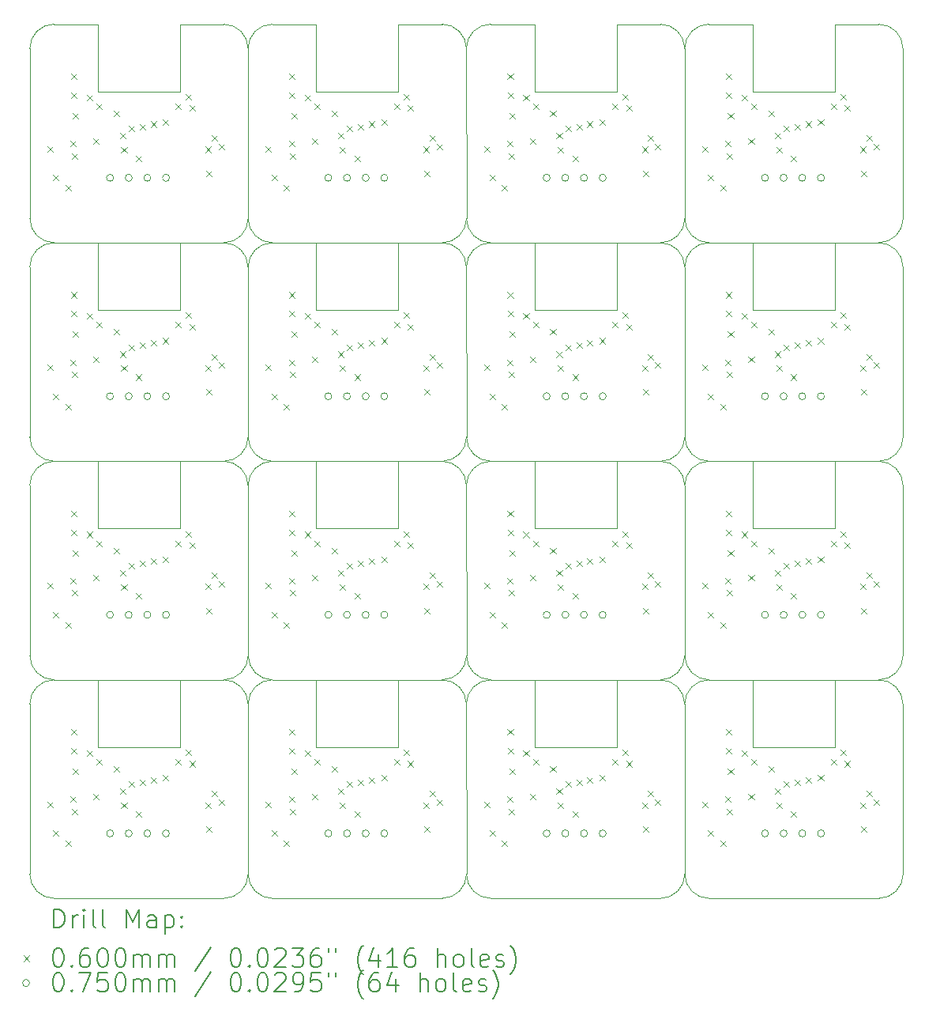
<source format=gbr>
%TF.GenerationSoftware,KiCad,Pcbnew,8.0.6*%
%TF.CreationDate,2024-11-12T16:37:34+01:00*%
%TF.ProjectId,USB-C_Adapter - nutzen,5553422d-435f-4416-9461-70746572202d,rev?*%
%TF.SameCoordinates,Original*%
%TF.FileFunction,Drillmap*%
%TF.FilePolarity,Positive*%
%FSLAX45Y45*%
G04 Gerber Fmt 4.5, Leading zero omitted, Abs format (unit mm)*
G04 Created by KiCad (PCBNEW 8.0.6) date 2024-11-12 16:37:34*
%MOMM*%
%LPD*%
G01*
G04 APERTURE LIST*
%ADD10C,0.050000*%
%ADD11C,0.200000*%
%ADD12C,0.100000*%
G04 APERTURE END LIST*
D10*
X22519400Y-11795590D02*
X22989400Y-11795590D01*
X18309400Y-14135590D02*
G75*
G02*
X18569400Y-14395590I0J-260000D01*
G01*
X20910400Y-18555590D02*
X20909400Y-16735590D01*
X20910400Y-16215590D02*
X20909400Y-14395590D01*
X20910400Y-13875590D02*
X20909400Y-12055590D01*
X23249400Y-14395590D02*
G75*
G02*
X23509400Y-14135590I260000J0D01*
G01*
X22519400Y-16475590D02*
X22989400Y-16475590D01*
X23250400Y-16215590D02*
G75*
G02*
X22990400Y-16475590I-260000J0D01*
G01*
X24859400Y-14135590D02*
X25329400Y-14135590D01*
X21170400Y-18815590D02*
G75*
G02*
X20910400Y-18555590I0J260000D01*
G01*
X23250400Y-16215590D02*
X23249400Y-14395590D01*
X23510400Y-14135590D02*
G75*
G02*
X23250400Y-13875590I0J260000D01*
G01*
X22990400Y-16475590D02*
X21170400Y-16475590D01*
X23250400Y-13875590D02*
X23249400Y-12055590D01*
X23249400Y-9715590D02*
G75*
G02*
X23509400Y-9455590I260000J0D01*
G01*
X20649400Y-16475590D02*
G75*
G02*
X20909400Y-16735590I0J-260000D01*
G01*
X18570400Y-13875590D02*
X18569400Y-12055590D01*
X25330400Y-18815590D02*
X23510400Y-18815590D01*
X22989400Y-14135590D02*
G75*
G02*
X23249400Y-14395590I0J-260000D01*
G01*
X18570400Y-11535590D02*
X18569400Y-9715590D01*
X22989400Y-16475590D02*
G75*
G02*
X23249400Y-16735590I0J-260000D01*
G01*
X18570400Y-13875590D02*
G75*
G02*
X18310400Y-14135590I-260000J0D01*
G01*
X24859400Y-9455590D02*
X25329400Y-9455590D01*
X16490400Y-11795590D02*
G75*
G02*
X16230400Y-11535590I0J260000D01*
G01*
X25330400Y-14135590D02*
X23510400Y-14135590D01*
X23249400Y-16735590D02*
G75*
G02*
X23509400Y-16475590I260000J0D01*
G01*
X16229400Y-16735590D02*
G75*
G02*
X16489400Y-16475590I260000J0D01*
G01*
X25590400Y-11535590D02*
X25589400Y-9715590D01*
X23509400Y-16475590D02*
X23979400Y-16475590D01*
X20910400Y-13875590D02*
G75*
G02*
X20650400Y-14135590I-260000J0D01*
G01*
X16230400Y-13875590D02*
X16229400Y-12055590D01*
X20179400Y-14135590D02*
X20649400Y-14135590D01*
X18569400Y-12055590D02*
G75*
G02*
X18829400Y-11795590I260000J0D01*
G01*
X18310400Y-14135590D02*
X16490400Y-14135590D01*
X18570400Y-16215590D02*
X18569400Y-14395590D01*
X16230400Y-11535590D02*
X16229400Y-9715590D01*
X23250400Y-18555590D02*
X23249400Y-16735590D01*
X20910400Y-11535590D02*
G75*
G02*
X20650400Y-11795590I-260000J0D01*
G01*
X22519400Y-14135590D02*
X22989400Y-14135590D01*
X16229400Y-12055590D02*
G75*
G02*
X16489400Y-11795590I260000J0D01*
G01*
X16489400Y-11795590D02*
X16959400Y-11795590D01*
X25590400Y-18555590D02*
G75*
G02*
X25330400Y-18815590I-260000J0D01*
G01*
X20910400Y-16215590D02*
X20909400Y-14395590D01*
X25590400Y-13875590D02*
X25589400Y-12055590D01*
X20909400Y-14395590D02*
G75*
G02*
X21169400Y-14135590I260000J0D01*
G01*
X18570400Y-18555590D02*
G75*
G02*
X18310400Y-18815590I-260000J0D01*
G01*
X23509400Y-9455590D02*
X23979400Y-9455590D01*
X23250400Y-11535590D02*
X23249400Y-9715590D01*
X18570400Y-11535590D02*
X18569400Y-9715590D01*
X20910400Y-13875590D02*
X20909400Y-12055590D01*
X18570400Y-18555590D02*
X18569400Y-16735590D01*
X21170400Y-16475590D02*
G75*
G02*
X20910400Y-16215590I0J260000D01*
G01*
X25590400Y-16215590D02*
X25589400Y-14395590D01*
X20650400Y-11795590D02*
X18830400Y-11795590D01*
X20910400Y-11535590D02*
X20909400Y-9715590D01*
X23509400Y-14135590D02*
X23979400Y-14135590D01*
X18309400Y-9455590D02*
G75*
G02*
X18569400Y-9715590I0J-260000D01*
G01*
X18830400Y-14135590D02*
G75*
G02*
X18570400Y-13875590I0J260000D01*
G01*
X23510400Y-16475590D02*
G75*
G02*
X23250400Y-16215590I0J260000D01*
G01*
X21169400Y-16475590D02*
X21639400Y-16475590D01*
X18570400Y-16215590D02*
G75*
G02*
X18310400Y-16475590I-260000J0D01*
G01*
X16489400Y-14135590D02*
X16959400Y-14135590D01*
X18569400Y-14395590D02*
G75*
G02*
X18829400Y-14135590I260000J0D01*
G01*
X22990400Y-14135590D02*
X21170400Y-14135590D01*
X18830400Y-18815590D02*
G75*
G02*
X18570400Y-18555590I0J260000D01*
G01*
X18309400Y-16475590D02*
G75*
G02*
X18569400Y-16735590I0J-260000D01*
G01*
X23510400Y-11795590D02*
G75*
G02*
X23250400Y-11535590I0J260000D01*
G01*
X20649400Y-14135590D02*
G75*
G02*
X20909400Y-14395590I0J-260000D01*
G01*
X17839400Y-11795590D02*
X18309400Y-11795590D01*
X20650400Y-16475590D02*
X18830400Y-16475590D01*
X21169400Y-9455590D02*
X21639400Y-9455590D01*
X25329400Y-16475590D02*
G75*
G02*
X25589400Y-16735590I0J-260000D01*
G01*
X16489400Y-9455590D02*
X16959400Y-9455590D01*
X22519400Y-9455590D02*
X22989400Y-9455590D01*
X16489400Y-16475590D02*
X16959400Y-16475590D01*
X23250400Y-11535590D02*
G75*
G02*
X22990400Y-11795590I-260000J0D01*
G01*
X18310400Y-11795590D02*
X16490400Y-11795590D01*
X23250400Y-13875590D02*
G75*
G02*
X22990400Y-14135590I-260000J0D01*
G01*
X16229400Y-9715590D02*
G75*
G02*
X16489400Y-9455590I260000J0D01*
G01*
X23250400Y-11535590D02*
X23249400Y-9715590D01*
X23510400Y-18815590D02*
G75*
G02*
X23250400Y-18555590I0J260000D01*
G01*
X18310400Y-18815590D02*
X16490400Y-18815590D01*
X21170400Y-11795590D02*
G75*
G02*
X20910400Y-11535590I0J260000D01*
G01*
X24859400Y-11795590D02*
X25329400Y-11795590D01*
X23509400Y-11795590D02*
X23979400Y-11795590D01*
X25590400Y-11535590D02*
G75*
G02*
X25330400Y-11795590I-260000J0D01*
G01*
X16490400Y-14135590D02*
G75*
G02*
X16230400Y-13875590I0J260000D01*
G01*
X16230400Y-16215590D02*
X16229400Y-14395590D01*
X20179400Y-11795590D02*
X20649400Y-11795590D01*
X18570400Y-16215590D02*
X18569400Y-14395590D01*
X21169400Y-14135590D02*
X21639400Y-14135590D01*
X20909400Y-9715590D02*
G75*
G02*
X21169400Y-9455590I260000J0D01*
G01*
X18570400Y-11535590D02*
G75*
G02*
X18310400Y-11795590I-260000J0D01*
G01*
X25330400Y-11795590D02*
X23510400Y-11795590D01*
X18570400Y-18555590D02*
X18569400Y-16735590D01*
X25329400Y-9455590D02*
G75*
G02*
X25589400Y-9715590I0J-260000D01*
G01*
X17839400Y-9455590D02*
X18309400Y-9455590D01*
X20650400Y-14135590D02*
X18830400Y-14135590D01*
X21169400Y-11795590D02*
X21639400Y-11795590D01*
X25330400Y-16475590D02*
X23510400Y-16475590D01*
X18310400Y-16475590D02*
X16490400Y-16475590D01*
X23250400Y-18555590D02*
X23249400Y-16735590D01*
X18829400Y-9455590D02*
X19299400Y-9455590D01*
X22990400Y-18815590D02*
X21170400Y-18815590D01*
X17839400Y-14135590D02*
X18309400Y-14135590D01*
X23249400Y-12055590D02*
G75*
G02*
X23509400Y-11795590I260000J0D01*
G01*
X18830400Y-16475590D02*
G75*
G02*
X18570400Y-16215590I0J260000D01*
G01*
X25590400Y-16215590D02*
G75*
G02*
X25330400Y-16475590I-260000J0D01*
G01*
X20649400Y-11795590D02*
G75*
G02*
X20909400Y-12055590I0J-260000D01*
G01*
X20910400Y-18555590D02*
X20909400Y-16735590D01*
X18830400Y-11795590D02*
G75*
G02*
X18570400Y-11535590I0J260000D01*
G01*
X20910400Y-18555590D02*
G75*
G02*
X20650400Y-18815590I-260000J0D01*
G01*
X18569400Y-16735590D02*
G75*
G02*
X18829400Y-16475590I260000J0D01*
G01*
X23250400Y-18555590D02*
G75*
G02*
X22990400Y-18815590I-260000J0D01*
G01*
X25590400Y-13875590D02*
G75*
G02*
X25330400Y-14135590I-260000J0D01*
G01*
X18829400Y-11795590D02*
X19299400Y-11795590D01*
X17839400Y-16475590D02*
X18309400Y-16475590D01*
X23250400Y-13875590D02*
X23249400Y-12055590D01*
X21170400Y-14135590D02*
G75*
G02*
X20910400Y-13875590I0J260000D01*
G01*
X18829400Y-14135590D02*
X19299400Y-14135590D01*
X20909400Y-16735590D02*
G75*
G02*
X21169400Y-16475590I260000J0D01*
G01*
X20910400Y-16215590D02*
G75*
G02*
X20650400Y-16475590I-260000J0D01*
G01*
X18570400Y-13875590D02*
X18569400Y-12055590D01*
X25329400Y-14135590D02*
G75*
G02*
X25589400Y-14395590I0J-260000D01*
G01*
X20179400Y-16475590D02*
X20649400Y-16475590D01*
X23250400Y-16215590D02*
X23249400Y-14395590D01*
X22990400Y-11795590D02*
X21170400Y-11795590D01*
X16490400Y-18815590D02*
G75*
G02*
X16230400Y-18555590I0J260000D01*
G01*
X22989400Y-11795590D02*
G75*
G02*
X23249400Y-12055590I0J-260000D01*
G01*
X18569400Y-9715590D02*
G75*
G02*
X18829400Y-9455590I260000J0D01*
G01*
X22989400Y-9455590D02*
G75*
G02*
X23249400Y-9715590I0J-260000D01*
G01*
X20649400Y-9455590D02*
G75*
G02*
X20909400Y-9715590I0J-260000D01*
G01*
X16230400Y-18555590D02*
X16229400Y-16735590D01*
X20179400Y-9455590D02*
X20649400Y-9455590D01*
X16490400Y-16475590D02*
G75*
G02*
X16230400Y-16215590I0J260000D01*
G01*
X16229400Y-14395590D02*
G75*
G02*
X16489400Y-14135590I260000J0D01*
G01*
X25590400Y-18555590D02*
X25589400Y-16735590D01*
X20650400Y-18815590D02*
X18830400Y-18815590D01*
X24859400Y-16475590D02*
X25329400Y-16475590D01*
X18829400Y-16475590D02*
X19299400Y-16475590D01*
X20909400Y-12055590D02*
G75*
G02*
X21169400Y-11795590I260000J0D01*
G01*
X25329400Y-11795590D02*
G75*
G02*
X25589400Y-12055590I0J-260000D01*
G01*
X18309400Y-11795590D02*
G75*
G02*
X18569400Y-12055590I0J-260000D01*
G01*
X20910400Y-11535590D02*
X20909400Y-9715590D01*
X21639400Y-9455590D02*
X21639400Y-10175590D01*
X22519400Y-10175590D02*
X21639400Y-10175590D01*
X22519400Y-10175590D02*
X22519400Y-9455590D01*
X21639400Y-16475590D02*
X21639400Y-17195590D01*
X22519400Y-17195590D02*
X21639400Y-17195590D01*
X22519400Y-17195590D02*
X22519400Y-16475590D01*
X23979400Y-9455590D02*
X23979400Y-10175590D01*
X24859400Y-10175590D02*
X23979400Y-10175590D01*
X24859400Y-10175590D02*
X24859400Y-9455590D01*
X16959400Y-11795590D02*
X16959400Y-12515590D01*
X17839400Y-12515590D02*
X16959400Y-12515590D01*
X17839400Y-12515590D02*
X17839400Y-11795590D01*
X23979400Y-16475590D02*
X23979400Y-17195590D01*
X24859400Y-17195590D02*
X23979400Y-17195590D01*
X24859400Y-17195590D02*
X24859400Y-16475590D01*
X19299400Y-16475590D02*
X19299400Y-17195590D01*
X20179400Y-17195590D02*
X19299400Y-17195590D01*
X20179400Y-17195590D02*
X20179400Y-16475590D01*
X21639400Y-11795590D02*
X21639400Y-12515590D01*
X22519400Y-12515590D02*
X21639400Y-12515590D01*
X22519400Y-12515590D02*
X22519400Y-11795590D01*
X21639400Y-14135590D02*
X21639400Y-14855590D01*
X22519400Y-14855590D02*
X21639400Y-14855590D01*
X22519400Y-14855590D02*
X22519400Y-14135590D01*
X19299400Y-14135590D02*
X19299400Y-14855590D01*
X20179400Y-14855590D02*
X19299400Y-14855590D01*
X20179400Y-14855590D02*
X20179400Y-14135590D01*
X19299400Y-11795590D02*
X19299400Y-12515590D01*
X20179400Y-12515590D02*
X19299400Y-12515590D01*
X20179400Y-12515590D02*
X20179400Y-11795590D01*
X16959400Y-9455590D02*
X16959400Y-10175590D01*
X17839400Y-10175590D02*
X16959400Y-10175590D01*
X17839400Y-10175590D02*
X17839400Y-9455590D01*
X23979400Y-14135590D02*
X23979400Y-14855590D01*
X24859400Y-14855590D02*
X23979400Y-14855590D01*
X24859400Y-14855590D02*
X24859400Y-14135590D01*
X23979400Y-11795590D02*
X23979400Y-12515590D01*
X24859400Y-12515590D02*
X23979400Y-12515590D01*
X24859400Y-12515590D02*
X24859400Y-11795590D01*
X19299400Y-9455590D02*
X19299400Y-10175590D01*
X20179400Y-10175590D02*
X19299400Y-10175590D01*
X20179400Y-10175590D02*
X20179400Y-9455590D01*
X16959400Y-16475590D02*
X16959400Y-17195590D01*
X17839400Y-17195590D02*
X16959400Y-17195590D01*
X17839400Y-17195590D02*
X17839400Y-16475590D01*
X16959400Y-14135590D02*
X16959400Y-14855590D01*
X17839400Y-14855590D02*
X16959400Y-14855590D01*
X17839400Y-14855590D02*
X17839400Y-14135590D01*
D11*
D12*
X16418131Y-10759000D02*
X16478131Y-10819000D01*
X16478131Y-10759000D02*
X16418131Y-10819000D01*
X16418131Y-13099000D02*
X16478131Y-13159000D01*
X16478131Y-13099000D02*
X16418131Y-13159000D01*
X16418131Y-15439000D02*
X16478131Y-15499000D01*
X16478131Y-15439000D02*
X16418131Y-15499000D01*
X16418131Y-17779000D02*
X16478131Y-17839000D01*
X16478131Y-17779000D02*
X16418131Y-17839000D01*
X16480000Y-11070000D02*
X16540000Y-11130000D01*
X16540000Y-11070000D02*
X16480000Y-11130000D01*
X16480000Y-13410000D02*
X16540000Y-13470000D01*
X16540000Y-13410000D02*
X16480000Y-13470000D01*
X16480000Y-15750000D02*
X16540000Y-15810000D01*
X16540000Y-15750000D02*
X16480000Y-15810000D01*
X16480000Y-18090000D02*
X16540000Y-18150000D01*
X16540000Y-18090000D02*
X16480000Y-18150000D01*
X16610000Y-11180000D02*
X16670000Y-11240000D01*
X16670000Y-11180000D02*
X16610000Y-11240000D01*
X16610000Y-13520000D02*
X16670000Y-13580000D01*
X16670000Y-13520000D02*
X16610000Y-13580000D01*
X16610000Y-15860000D02*
X16670000Y-15920000D01*
X16670000Y-15860000D02*
X16610000Y-15920000D01*
X16610000Y-18200000D02*
X16670000Y-18260000D01*
X16670000Y-18200000D02*
X16610000Y-18260000D01*
X16666391Y-10705714D02*
X16726391Y-10765714D01*
X16726391Y-10705714D02*
X16666391Y-10765714D01*
X16666391Y-13045714D02*
X16726391Y-13105714D01*
X16726391Y-13045714D02*
X16666391Y-13105714D01*
X16666391Y-15385714D02*
X16726391Y-15445714D01*
X16726391Y-15385714D02*
X16666391Y-15445714D01*
X16666391Y-17725714D02*
X16726391Y-17785714D01*
X16726391Y-17725714D02*
X16666391Y-17785714D01*
X16670000Y-9984840D02*
X16730000Y-10044840D01*
X16730000Y-9984840D02*
X16670000Y-10044840D01*
X16670000Y-12324840D02*
X16730000Y-12384840D01*
X16730000Y-12324840D02*
X16670000Y-12384840D01*
X16670000Y-14664840D02*
X16730000Y-14724840D01*
X16730000Y-14664840D02*
X16670000Y-14724840D01*
X16670000Y-17004840D02*
X16730000Y-17064840D01*
X16730000Y-17004840D02*
X16670000Y-17064840D01*
X16672855Y-10186129D02*
X16732855Y-10246129D01*
X16732855Y-10186129D02*
X16672855Y-10246129D01*
X16672855Y-12526129D02*
X16732855Y-12586129D01*
X16732855Y-12526129D02*
X16672855Y-12586129D01*
X16672855Y-14866129D02*
X16732855Y-14926129D01*
X16732855Y-14866129D02*
X16672855Y-14926129D01*
X16672855Y-17206129D02*
X16732855Y-17266129D01*
X16732855Y-17206129D02*
X16672855Y-17266129D01*
X16680000Y-10835000D02*
X16740000Y-10895000D01*
X16740000Y-10835000D02*
X16680000Y-10895000D01*
X16680000Y-13175000D02*
X16740000Y-13235000D01*
X16740000Y-13175000D02*
X16680000Y-13235000D01*
X16680000Y-15515000D02*
X16740000Y-15575000D01*
X16740000Y-15515000D02*
X16680000Y-15575000D01*
X16680000Y-17855000D02*
X16740000Y-17915000D01*
X16740000Y-17855000D02*
X16680000Y-17915000D01*
X16692500Y-10406218D02*
X16752500Y-10466218D01*
X16752500Y-10406218D02*
X16692500Y-10466218D01*
X16692500Y-12746218D02*
X16752500Y-12806218D01*
X16752500Y-12746218D02*
X16692500Y-12806218D01*
X16692500Y-15086218D02*
X16752500Y-15146218D01*
X16752500Y-15086218D02*
X16692500Y-15146218D01*
X16692500Y-17426218D02*
X16752500Y-17486218D01*
X16752500Y-17426218D02*
X16692500Y-17486218D01*
X16839400Y-10210000D02*
X16899400Y-10270000D01*
X16899400Y-10210000D02*
X16839400Y-10270000D01*
X16839400Y-12550000D02*
X16899400Y-12610000D01*
X16899400Y-12550000D02*
X16839400Y-12610000D01*
X16839400Y-14890000D02*
X16899400Y-14950000D01*
X16899400Y-14890000D02*
X16839400Y-14950000D01*
X16839400Y-17230000D02*
X16899400Y-17290000D01*
X16899400Y-17230000D02*
X16839400Y-17290000D01*
X16912129Y-10675000D02*
X16972129Y-10735000D01*
X16972129Y-10675000D02*
X16912129Y-10735000D01*
X16912129Y-13015000D02*
X16972129Y-13075000D01*
X16972129Y-13015000D02*
X16912129Y-13075000D01*
X16912129Y-15355000D02*
X16972129Y-15415000D01*
X16972129Y-15355000D02*
X16912129Y-15415000D01*
X16912129Y-17695000D02*
X16972129Y-17755000D01*
X16972129Y-17695000D02*
X16912129Y-17755000D01*
X16942272Y-10305590D02*
X17002272Y-10365590D01*
X17002272Y-10305590D02*
X16942272Y-10365590D01*
X16942272Y-12645590D02*
X17002272Y-12705590D01*
X17002272Y-12645590D02*
X16942272Y-12705590D01*
X16942272Y-14985590D02*
X17002272Y-15045590D01*
X17002272Y-14985590D02*
X16942272Y-15045590D01*
X16942272Y-17325590D02*
X17002272Y-17385590D01*
X17002272Y-17325590D02*
X16942272Y-17385590D01*
X17127492Y-10381877D02*
X17187492Y-10441877D01*
X17187492Y-10381877D02*
X17127492Y-10441877D01*
X17127492Y-12721877D02*
X17187492Y-12781877D01*
X17187492Y-12721877D02*
X17127492Y-12781877D01*
X17127492Y-15061877D02*
X17187492Y-15121877D01*
X17187492Y-15061877D02*
X17127492Y-15121877D01*
X17127492Y-17401877D02*
X17187492Y-17461877D01*
X17187492Y-17401877D02*
X17127492Y-17461877D01*
X17195434Y-10619400D02*
X17255434Y-10679400D01*
X17255434Y-10619400D02*
X17195434Y-10679400D01*
X17195434Y-12959400D02*
X17255434Y-13019400D01*
X17255434Y-12959400D02*
X17195434Y-13019400D01*
X17195434Y-15299400D02*
X17255434Y-15359400D01*
X17255434Y-15299400D02*
X17195434Y-15359400D01*
X17195434Y-17639400D02*
X17255434Y-17699400D01*
X17255434Y-17639400D02*
X17195434Y-17699400D01*
X17209886Y-10770201D02*
X17269886Y-10830201D01*
X17269886Y-10770201D02*
X17209886Y-10830201D01*
X17209886Y-13110201D02*
X17269886Y-13170201D01*
X17269886Y-13110201D02*
X17209886Y-13170201D01*
X17209886Y-15450201D02*
X17269886Y-15510201D01*
X17269886Y-15450201D02*
X17209886Y-15510201D01*
X17209886Y-17790201D02*
X17269886Y-17850201D01*
X17269886Y-17790201D02*
X17209886Y-17850201D01*
X17289609Y-10545029D02*
X17349609Y-10605029D01*
X17349609Y-10545029D02*
X17289609Y-10605029D01*
X17289609Y-12885029D02*
X17349609Y-12945029D01*
X17349609Y-12885029D02*
X17289609Y-12945029D01*
X17289609Y-15225029D02*
X17349609Y-15285029D01*
X17349609Y-15225029D02*
X17289609Y-15285029D01*
X17289609Y-17565029D02*
X17349609Y-17625029D01*
X17349609Y-17565029D02*
X17289609Y-17625029D01*
X17369050Y-10865300D02*
X17429050Y-10925300D01*
X17429050Y-10865300D02*
X17369050Y-10925300D01*
X17369050Y-13205300D02*
X17429050Y-13265300D01*
X17429050Y-13205300D02*
X17369050Y-13265300D01*
X17369050Y-15545300D02*
X17429050Y-15605300D01*
X17429050Y-15545300D02*
X17369050Y-15605300D01*
X17369050Y-17885300D02*
X17429050Y-17945300D01*
X17429050Y-17885300D02*
X17369050Y-17945300D01*
X17407339Y-10521798D02*
X17467339Y-10581798D01*
X17467339Y-10521798D02*
X17407339Y-10581798D01*
X17407339Y-12861798D02*
X17467339Y-12921798D01*
X17467339Y-12861798D02*
X17407339Y-12921798D01*
X17407339Y-15201798D02*
X17467339Y-15261798D01*
X17467339Y-15201798D02*
X17407339Y-15261798D01*
X17407339Y-17541798D02*
X17467339Y-17601798D01*
X17467339Y-17541798D02*
X17407339Y-17601798D01*
X17524436Y-10495563D02*
X17584436Y-10555563D01*
X17584436Y-10495563D02*
X17524436Y-10555563D01*
X17524436Y-12835563D02*
X17584436Y-12895563D01*
X17584436Y-12835563D02*
X17524436Y-12895563D01*
X17524436Y-15175563D02*
X17584436Y-15235563D01*
X17584436Y-15175563D02*
X17524436Y-15235563D01*
X17524436Y-17515563D02*
X17584436Y-17575563D01*
X17584436Y-17515563D02*
X17524436Y-17575563D01*
X17657905Y-10475590D02*
X17717905Y-10535590D01*
X17717905Y-10475590D02*
X17657905Y-10535590D01*
X17657905Y-12815590D02*
X17717905Y-12875590D01*
X17717905Y-12815590D02*
X17657905Y-12875590D01*
X17657905Y-15155590D02*
X17717905Y-15215590D01*
X17717905Y-15155590D02*
X17657905Y-15215590D01*
X17657905Y-17495590D02*
X17717905Y-17555590D01*
X17717905Y-17495590D02*
X17657905Y-17555590D01*
X17793501Y-10305590D02*
X17853501Y-10365590D01*
X17853501Y-10305590D02*
X17793501Y-10365590D01*
X17793501Y-12645590D02*
X17853501Y-12705590D01*
X17853501Y-12645590D02*
X17793501Y-12705590D01*
X17793501Y-14985590D02*
X17853501Y-15045590D01*
X17853501Y-14985590D02*
X17793501Y-15045590D01*
X17793501Y-17325590D02*
X17853501Y-17385590D01*
X17853501Y-17325590D02*
X17793501Y-17385590D01*
X17900000Y-10202500D02*
X17960000Y-10262500D01*
X17960000Y-10202500D02*
X17900000Y-10262500D01*
X17900000Y-12542500D02*
X17960000Y-12602500D01*
X17960000Y-12542500D02*
X17900000Y-12602500D01*
X17900000Y-14882500D02*
X17960000Y-14942500D01*
X17960000Y-14882500D02*
X17900000Y-14942500D01*
X17900000Y-17222500D02*
X17960000Y-17282500D01*
X17960000Y-17222500D02*
X17900000Y-17282500D01*
X17942162Y-10325473D02*
X18002162Y-10385473D01*
X18002162Y-10325473D02*
X17942162Y-10385473D01*
X17942162Y-12665473D02*
X18002162Y-12725473D01*
X18002162Y-12665473D02*
X17942162Y-12725473D01*
X17942162Y-15005473D02*
X18002162Y-15065473D01*
X18002162Y-15005473D02*
X17942162Y-15065473D01*
X17942162Y-17345473D02*
X18002162Y-17405473D01*
X18002162Y-17345473D02*
X17942162Y-17405473D01*
X18110939Y-10766589D02*
X18170939Y-10826589D01*
X18170939Y-10766589D02*
X18110939Y-10826589D01*
X18110939Y-13106589D02*
X18170939Y-13166589D01*
X18170939Y-13106589D02*
X18110939Y-13166589D01*
X18110939Y-15446589D02*
X18170939Y-15506589D01*
X18170939Y-15446589D02*
X18110939Y-15506589D01*
X18110939Y-17786589D02*
X18170939Y-17846589D01*
X18170939Y-17786589D02*
X18110939Y-17846589D01*
X18120000Y-11025000D02*
X18180000Y-11085000D01*
X18180000Y-11025000D02*
X18120000Y-11085000D01*
X18120000Y-13365000D02*
X18180000Y-13425000D01*
X18180000Y-13365000D02*
X18120000Y-13425000D01*
X18120000Y-15705000D02*
X18180000Y-15765000D01*
X18180000Y-15705000D02*
X18120000Y-15765000D01*
X18120000Y-18045000D02*
X18180000Y-18105000D01*
X18180000Y-18045000D02*
X18120000Y-18105000D01*
X18175569Y-10645777D02*
X18235569Y-10705777D01*
X18235569Y-10645777D02*
X18175569Y-10705777D01*
X18175569Y-12985777D02*
X18235569Y-13045777D01*
X18235569Y-12985777D02*
X18175569Y-13045777D01*
X18175569Y-15325777D02*
X18235569Y-15385777D01*
X18235569Y-15325777D02*
X18175569Y-15385777D01*
X18175569Y-17665777D02*
X18235569Y-17725777D01*
X18235569Y-17665777D02*
X18175569Y-17725777D01*
X18252948Y-10737497D02*
X18312948Y-10797497D01*
X18312948Y-10737497D02*
X18252948Y-10797497D01*
X18252948Y-13077497D02*
X18312948Y-13137497D01*
X18312948Y-13077497D02*
X18252948Y-13137497D01*
X18252948Y-15417497D02*
X18312948Y-15477497D01*
X18312948Y-15417497D02*
X18252948Y-15477497D01*
X18252948Y-17757497D02*
X18312948Y-17817497D01*
X18312948Y-17757497D02*
X18252948Y-17817497D01*
X18758131Y-10759000D02*
X18818131Y-10819000D01*
X18818131Y-10759000D02*
X18758131Y-10819000D01*
X18758131Y-13099000D02*
X18818131Y-13159000D01*
X18818131Y-13099000D02*
X18758131Y-13159000D01*
X18758131Y-15439000D02*
X18818131Y-15499000D01*
X18818131Y-15439000D02*
X18758131Y-15499000D01*
X18758131Y-17779000D02*
X18818131Y-17839000D01*
X18818131Y-17779000D02*
X18758131Y-17839000D01*
X18820000Y-11070000D02*
X18880000Y-11130000D01*
X18880000Y-11070000D02*
X18820000Y-11130000D01*
X18820000Y-13410000D02*
X18880000Y-13470000D01*
X18880000Y-13410000D02*
X18820000Y-13470000D01*
X18820000Y-15750000D02*
X18880000Y-15810000D01*
X18880000Y-15750000D02*
X18820000Y-15810000D01*
X18820000Y-18090000D02*
X18880000Y-18150000D01*
X18880000Y-18090000D02*
X18820000Y-18150000D01*
X18950000Y-11180000D02*
X19010000Y-11240000D01*
X19010000Y-11180000D02*
X18950000Y-11240000D01*
X18950000Y-13520000D02*
X19010000Y-13580000D01*
X19010000Y-13520000D02*
X18950000Y-13580000D01*
X18950000Y-15860000D02*
X19010000Y-15920000D01*
X19010000Y-15860000D02*
X18950000Y-15920000D01*
X18950000Y-18200000D02*
X19010000Y-18260000D01*
X19010000Y-18200000D02*
X18950000Y-18260000D01*
X19006391Y-10705714D02*
X19066391Y-10765714D01*
X19066391Y-10705714D02*
X19006391Y-10765714D01*
X19006391Y-13045714D02*
X19066391Y-13105714D01*
X19066391Y-13045714D02*
X19006391Y-13105714D01*
X19006391Y-15385714D02*
X19066391Y-15445714D01*
X19066391Y-15385714D02*
X19006391Y-15445714D01*
X19006391Y-17725714D02*
X19066391Y-17785714D01*
X19066391Y-17725714D02*
X19006391Y-17785714D01*
X19010000Y-9984840D02*
X19070000Y-10044840D01*
X19070000Y-9984840D02*
X19010000Y-10044840D01*
X19010000Y-12324840D02*
X19070000Y-12384840D01*
X19070000Y-12324840D02*
X19010000Y-12384840D01*
X19010000Y-14664840D02*
X19070000Y-14724840D01*
X19070000Y-14664840D02*
X19010000Y-14724840D01*
X19010000Y-17004840D02*
X19070000Y-17064840D01*
X19070000Y-17004840D02*
X19010000Y-17064840D01*
X19012855Y-10186129D02*
X19072855Y-10246129D01*
X19072855Y-10186129D02*
X19012855Y-10246129D01*
X19012855Y-12526129D02*
X19072855Y-12586129D01*
X19072855Y-12526129D02*
X19012855Y-12586129D01*
X19012855Y-14866129D02*
X19072855Y-14926129D01*
X19072855Y-14866129D02*
X19012855Y-14926129D01*
X19012855Y-17206129D02*
X19072855Y-17266129D01*
X19072855Y-17206129D02*
X19012855Y-17266129D01*
X19020000Y-10835000D02*
X19080000Y-10895000D01*
X19080000Y-10835000D02*
X19020000Y-10895000D01*
X19020000Y-13175000D02*
X19080000Y-13235000D01*
X19080000Y-13175000D02*
X19020000Y-13235000D01*
X19020000Y-15515000D02*
X19080000Y-15575000D01*
X19080000Y-15515000D02*
X19020000Y-15575000D01*
X19020000Y-17855000D02*
X19080000Y-17915000D01*
X19080000Y-17855000D02*
X19020000Y-17915000D01*
X19032500Y-10406218D02*
X19092500Y-10466218D01*
X19092500Y-10406218D02*
X19032500Y-10466218D01*
X19032500Y-12746218D02*
X19092500Y-12806218D01*
X19092500Y-12746218D02*
X19032500Y-12806218D01*
X19032500Y-15086218D02*
X19092500Y-15146218D01*
X19092500Y-15086218D02*
X19032500Y-15146218D01*
X19032500Y-17426218D02*
X19092500Y-17486218D01*
X19092500Y-17426218D02*
X19032500Y-17486218D01*
X19179400Y-10210000D02*
X19239400Y-10270000D01*
X19239400Y-10210000D02*
X19179400Y-10270000D01*
X19179400Y-12550000D02*
X19239400Y-12610000D01*
X19239400Y-12550000D02*
X19179400Y-12610000D01*
X19179400Y-14890000D02*
X19239400Y-14950000D01*
X19239400Y-14890000D02*
X19179400Y-14950000D01*
X19179400Y-17230000D02*
X19239400Y-17290000D01*
X19239400Y-17230000D02*
X19179400Y-17290000D01*
X19252129Y-10675000D02*
X19312129Y-10735000D01*
X19312129Y-10675000D02*
X19252129Y-10735000D01*
X19252129Y-13015000D02*
X19312129Y-13075000D01*
X19312129Y-13015000D02*
X19252129Y-13075000D01*
X19252129Y-15355000D02*
X19312129Y-15415000D01*
X19312129Y-15355000D02*
X19252129Y-15415000D01*
X19252129Y-17695000D02*
X19312129Y-17755000D01*
X19312129Y-17695000D02*
X19252129Y-17755000D01*
X19282272Y-10305590D02*
X19342272Y-10365590D01*
X19342272Y-10305590D02*
X19282272Y-10365590D01*
X19282272Y-12645590D02*
X19342272Y-12705590D01*
X19342272Y-12645590D02*
X19282272Y-12705590D01*
X19282272Y-14985590D02*
X19342272Y-15045590D01*
X19342272Y-14985590D02*
X19282272Y-15045590D01*
X19282272Y-17325590D02*
X19342272Y-17385590D01*
X19342272Y-17325590D02*
X19282272Y-17385590D01*
X19467492Y-10381877D02*
X19527492Y-10441877D01*
X19527492Y-10381877D02*
X19467492Y-10441877D01*
X19467492Y-12721877D02*
X19527492Y-12781877D01*
X19527492Y-12721877D02*
X19467492Y-12781877D01*
X19467492Y-15061877D02*
X19527492Y-15121877D01*
X19527492Y-15061877D02*
X19467492Y-15121877D01*
X19467492Y-17401877D02*
X19527492Y-17461877D01*
X19527492Y-17401877D02*
X19467492Y-17461877D01*
X19535434Y-10619400D02*
X19595434Y-10679400D01*
X19595434Y-10619400D02*
X19535434Y-10679400D01*
X19535434Y-12959400D02*
X19595434Y-13019400D01*
X19595434Y-12959400D02*
X19535434Y-13019400D01*
X19535434Y-15299400D02*
X19595434Y-15359400D01*
X19595434Y-15299400D02*
X19535434Y-15359400D01*
X19535434Y-17639400D02*
X19595434Y-17699400D01*
X19595434Y-17639400D02*
X19535434Y-17699400D01*
X19549886Y-10770201D02*
X19609886Y-10830201D01*
X19609886Y-10770201D02*
X19549886Y-10830201D01*
X19549886Y-13110201D02*
X19609886Y-13170201D01*
X19609886Y-13110201D02*
X19549886Y-13170201D01*
X19549886Y-15450201D02*
X19609886Y-15510201D01*
X19609886Y-15450201D02*
X19549886Y-15510201D01*
X19549886Y-17790201D02*
X19609886Y-17850201D01*
X19609886Y-17790201D02*
X19549886Y-17850201D01*
X19629609Y-10545029D02*
X19689609Y-10605029D01*
X19689609Y-10545029D02*
X19629609Y-10605029D01*
X19629609Y-12885029D02*
X19689609Y-12945029D01*
X19689609Y-12885029D02*
X19629609Y-12945029D01*
X19629609Y-15225029D02*
X19689609Y-15285029D01*
X19689609Y-15225029D02*
X19629609Y-15285029D01*
X19629609Y-17565029D02*
X19689609Y-17625029D01*
X19689609Y-17565029D02*
X19629609Y-17625029D01*
X19709050Y-10865300D02*
X19769050Y-10925300D01*
X19769050Y-10865300D02*
X19709050Y-10925300D01*
X19709050Y-13205300D02*
X19769050Y-13265300D01*
X19769050Y-13205300D02*
X19709050Y-13265300D01*
X19709050Y-15545300D02*
X19769050Y-15605300D01*
X19769050Y-15545300D02*
X19709050Y-15605300D01*
X19709050Y-17885300D02*
X19769050Y-17945300D01*
X19769050Y-17885300D02*
X19709050Y-17945300D01*
X19747339Y-10521798D02*
X19807339Y-10581798D01*
X19807339Y-10521798D02*
X19747339Y-10581798D01*
X19747339Y-12861798D02*
X19807339Y-12921798D01*
X19807339Y-12861798D02*
X19747339Y-12921798D01*
X19747339Y-15201798D02*
X19807339Y-15261798D01*
X19807339Y-15201798D02*
X19747339Y-15261798D01*
X19747339Y-17541798D02*
X19807339Y-17601798D01*
X19807339Y-17541798D02*
X19747339Y-17601798D01*
X19864436Y-10495563D02*
X19924436Y-10555563D01*
X19924436Y-10495563D02*
X19864436Y-10555563D01*
X19864436Y-12835563D02*
X19924436Y-12895563D01*
X19924436Y-12835563D02*
X19864436Y-12895563D01*
X19864436Y-15175563D02*
X19924436Y-15235563D01*
X19924436Y-15175563D02*
X19864436Y-15235563D01*
X19864436Y-17515563D02*
X19924436Y-17575563D01*
X19924436Y-17515563D02*
X19864436Y-17575563D01*
X19997905Y-10475590D02*
X20057905Y-10535590D01*
X20057905Y-10475590D02*
X19997905Y-10535590D01*
X19997905Y-12815590D02*
X20057905Y-12875590D01*
X20057905Y-12815590D02*
X19997905Y-12875590D01*
X19997905Y-15155590D02*
X20057905Y-15215590D01*
X20057905Y-15155590D02*
X19997905Y-15215590D01*
X19997905Y-17495590D02*
X20057905Y-17555590D01*
X20057905Y-17495590D02*
X19997905Y-17555590D01*
X20133501Y-10305590D02*
X20193501Y-10365590D01*
X20193501Y-10305590D02*
X20133501Y-10365590D01*
X20133501Y-12645590D02*
X20193501Y-12705590D01*
X20193501Y-12645590D02*
X20133501Y-12705590D01*
X20133501Y-14985590D02*
X20193501Y-15045590D01*
X20193501Y-14985590D02*
X20133501Y-15045590D01*
X20133501Y-17325590D02*
X20193501Y-17385590D01*
X20193501Y-17325590D02*
X20133501Y-17385590D01*
X20240000Y-10202500D02*
X20300000Y-10262500D01*
X20300000Y-10202500D02*
X20240000Y-10262500D01*
X20240000Y-12542500D02*
X20300000Y-12602500D01*
X20300000Y-12542500D02*
X20240000Y-12602500D01*
X20240000Y-14882500D02*
X20300000Y-14942500D01*
X20300000Y-14882500D02*
X20240000Y-14942500D01*
X20240000Y-17222500D02*
X20300000Y-17282500D01*
X20300000Y-17222500D02*
X20240000Y-17282500D01*
X20282162Y-10325473D02*
X20342162Y-10385473D01*
X20342162Y-10325473D02*
X20282162Y-10385473D01*
X20282162Y-12665473D02*
X20342162Y-12725473D01*
X20342162Y-12665473D02*
X20282162Y-12725473D01*
X20282162Y-15005473D02*
X20342162Y-15065473D01*
X20342162Y-15005473D02*
X20282162Y-15065473D01*
X20282162Y-17345473D02*
X20342162Y-17405473D01*
X20342162Y-17345473D02*
X20282162Y-17405473D01*
X20450939Y-10766589D02*
X20510939Y-10826589D01*
X20510939Y-10766589D02*
X20450939Y-10826589D01*
X20450939Y-13106589D02*
X20510939Y-13166589D01*
X20510939Y-13106589D02*
X20450939Y-13166589D01*
X20450939Y-15446589D02*
X20510939Y-15506589D01*
X20510939Y-15446589D02*
X20450939Y-15506589D01*
X20450939Y-17786589D02*
X20510939Y-17846589D01*
X20510939Y-17786589D02*
X20450939Y-17846589D01*
X20460000Y-11025000D02*
X20520000Y-11085000D01*
X20520000Y-11025000D02*
X20460000Y-11085000D01*
X20460000Y-13365000D02*
X20520000Y-13425000D01*
X20520000Y-13365000D02*
X20460000Y-13425000D01*
X20460000Y-15705000D02*
X20520000Y-15765000D01*
X20520000Y-15705000D02*
X20460000Y-15765000D01*
X20460000Y-18045000D02*
X20520000Y-18105000D01*
X20520000Y-18045000D02*
X20460000Y-18105000D01*
X20515569Y-10645777D02*
X20575569Y-10705777D01*
X20575569Y-10645777D02*
X20515569Y-10705777D01*
X20515569Y-12985777D02*
X20575569Y-13045777D01*
X20575569Y-12985777D02*
X20515569Y-13045777D01*
X20515569Y-15325777D02*
X20575569Y-15385777D01*
X20575569Y-15325777D02*
X20515569Y-15385777D01*
X20515569Y-17665777D02*
X20575569Y-17725777D01*
X20575569Y-17665777D02*
X20515569Y-17725777D01*
X20592948Y-10737497D02*
X20652948Y-10797497D01*
X20652948Y-10737497D02*
X20592948Y-10797497D01*
X20592948Y-13077497D02*
X20652948Y-13137497D01*
X20652948Y-13077497D02*
X20592948Y-13137497D01*
X20592948Y-15417497D02*
X20652948Y-15477497D01*
X20652948Y-15417497D02*
X20592948Y-15477497D01*
X20592948Y-17757497D02*
X20652948Y-17817497D01*
X20652948Y-17757497D02*
X20592948Y-17817497D01*
X21098131Y-10759000D02*
X21158131Y-10819000D01*
X21158131Y-10759000D02*
X21098131Y-10819000D01*
X21098131Y-13099000D02*
X21158131Y-13159000D01*
X21158131Y-13099000D02*
X21098131Y-13159000D01*
X21098131Y-15439000D02*
X21158131Y-15499000D01*
X21158131Y-15439000D02*
X21098131Y-15499000D01*
X21098131Y-17779000D02*
X21158131Y-17839000D01*
X21158131Y-17779000D02*
X21098131Y-17839000D01*
X21160000Y-11070000D02*
X21220000Y-11130000D01*
X21220000Y-11070000D02*
X21160000Y-11130000D01*
X21160000Y-13410000D02*
X21220000Y-13470000D01*
X21220000Y-13410000D02*
X21160000Y-13470000D01*
X21160000Y-15750000D02*
X21220000Y-15810000D01*
X21220000Y-15750000D02*
X21160000Y-15810000D01*
X21160000Y-18090000D02*
X21220000Y-18150000D01*
X21220000Y-18090000D02*
X21160000Y-18150000D01*
X21290000Y-11180000D02*
X21350000Y-11240000D01*
X21350000Y-11180000D02*
X21290000Y-11240000D01*
X21290000Y-13520000D02*
X21350000Y-13580000D01*
X21350000Y-13520000D02*
X21290000Y-13580000D01*
X21290000Y-15860000D02*
X21350000Y-15920000D01*
X21350000Y-15860000D02*
X21290000Y-15920000D01*
X21290000Y-18200000D02*
X21350000Y-18260000D01*
X21350000Y-18200000D02*
X21290000Y-18260000D01*
X21346391Y-10705714D02*
X21406391Y-10765714D01*
X21406391Y-10705714D02*
X21346391Y-10765714D01*
X21346391Y-13045714D02*
X21406391Y-13105714D01*
X21406391Y-13045714D02*
X21346391Y-13105714D01*
X21346391Y-15385714D02*
X21406391Y-15445714D01*
X21406391Y-15385714D02*
X21346391Y-15445714D01*
X21346391Y-17725714D02*
X21406391Y-17785714D01*
X21406391Y-17725714D02*
X21346391Y-17785714D01*
X21350000Y-9984840D02*
X21410000Y-10044840D01*
X21410000Y-9984840D02*
X21350000Y-10044840D01*
X21350000Y-12324840D02*
X21410000Y-12384840D01*
X21410000Y-12324840D02*
X21350000Y-12384840D01*
X21350000Y-14664840D02*
X21410000Y-14724840D01*
X21410000Y-14664840D02*
X21350000Y-14724840D01*
X21350000Y-17004840D02*
X21410000Y-17064840D01*
X21410000Y-17004840D02*
X21350000Y-17064840D01*
X21352855Y-10186129D02*
X21412855Y-10246129D01*
X21412855Y-10186129D02*
X21352855Y-10246129D01*
X21352855Y-12526129D02*
X21412855Y-12586129D01*
X21412855Y-12526129D02*
X21352855Y-12586129D01*
X21352855Y-14866129D02*
X21412855Y-14926129D01*
X21412855Y-14866129D02*
X21352855Y-14926129D01*
X21352855Y-17206129D02*
X21412855Y-17266129D01*
X21412855Y-17206129D02*
X21352855Y-17266129D01*
X21360000Y-10835000D02*
X21420000Y-10895000D01*
X21420000Y-10835000D02*
X21360000Y-10895000D01*
X21360000Y-13175000D02*
X21420000Y-13235000D01*
X21420000Y-13175000D02*
X21360000Y-13235000D01*
X21360000Y-15515000D02*
X21420000Y-15575000D01*
X21420000Y-15515000D02*
X21360000Y-15575000D01*
X21360000Y-17855000D02*
X21420000Y-17915000D01*
X21420000Y-17855000D02*
X21360000Y-17915000D01*
X21372500Y-10406218D02*
X21432500Y-10466218D01*
X21432500Y-10406218D02*
X21372500Y-10466218D01*
X21372500Y-12746218D02*
X21432500Y-12806218D01*
X21432500Y-12746218D02*
X21372500Y-12806218D01*
X21372500Y-15086218D02*
X21432500Y-15146218D01*
X21432500Y-15086218D02*
X21372500Y-15146218D01*
X21372500Y-17426218D02*
X21432500Y-17486218D01*
X21432500Y-17426218D02*
X21372500Y-17486218D01*
X21519400Y-10210000D02*
X21579400Y-10270000D01*
X21579400Y-10210000D02*
X21519400Y-10270000D01*
X21519400Y-12550000D02*
X21579400Y-12610000D01*
X21579400Y-12550000D02*
X21519400Y-12610000D01*
X21519400Y-14890000D02*
X21579400Y-14950000D01*
X21579400Y-14890000D02*
X21519400Y-14950000D01*
X21519400Y-17230000D02*
X21579400Y-17290000D01*
X21579400Y-17230000D02*
X21519400Y-17290000D01*
X21592129Y-10675000D02*
X21652129Y-10735000D01*
X21652129Y-10675000D02*
X21592129Y-10735000D01*
X21592129Y-13015000D02*
X21652129Y-13075000D01*
X21652129Y-13015000D02*
X21592129Y-13075000D01*
X21592129Y-15355000D02*
X21652129Y-15415000D01*
X21652129Y-15355000D02*
X21592129Y-15415000D01*
X21592129Y-17695000D02*
X21652129Y-17755000D01*
X21652129Y-17695000D02*
X21592129Y-17755000D01*
X21622272Y-10305590D02*
X21682272Y-10365590D01*
X21682272Y-10305590D02*
X21622272Y-10365590D01*
X21622272Y-12645590D02*
X21682272Y-12705590D01*
X21682272Y-12645590D02*
X21622272Y-12705590D01*
X21622272Y-14985590D02*
X21682272Y-15045590D01*
X21682272Y-14985590D02*
X21622272Y-15045590D01*
X21622272Y-17325590D02*
X21682272Y-17385590D01*
X21682272Y-17325590D02*
X21622272Y-17385590D01*
X21807492Y-10381877D02*
X21867492Y-10441877D01*
X21867492Y-10381877D02*
X21807492Y-10441877D01*
X21807492Y-12721877D02*
X21867492Y-12781877D01*
X21867492Y-12721877D02*
X21807492Y-12781877D01*
X21807492Y-15061877D02*
X21867492Y-15121877D01*
X21867492Y-15061877D02*
X21807492Y-15121877D01*
X21807492Y-17401877D02*
X21867492Y-17461877D01*
X21867492Y-17401877D02*
X21807492Y-17461877D01*
X21875434Y-10619400D02*
X21935434Y-10679400D01*
X21935434Y-10619400D02*
X21875434Y-10679400D01*
X21875434Y-12959400D02*
X21935434Y-13019400D01*
X21935434Y-12959400D02*
X21875434Y-13019400D01*
X21875434Y-15299400D02*
X21935434Y-15359400D01*
X21935434Y-15299400D02*
X21875434Y-15359400D01*
X21875434Y-17639400D02*
X21935434Y-17699400D01*
X21935434Y-17639400D02*
X21875434Y-17699400D01*
X21889886Y-10770201D02*
X21949886Y-10830201D01*
X21949886Y-10770201D02*
X21889886Y-10830201D01*
X21889886Y-13110201D02*
X21949886Y-13170201D01*
X21949886Y-13110201D02*
X21889886Y-13170201D01*
X21889886Y-15450201D02*
X21949886Y-15510201D01*
X21949886Y-15450201D02*
X21889886Y-15510201D01*
X21889886Y-17790201D02*
X21949886Y-17850201D01*
X21949886Y-17790201D02*
X21889886Y-17850201D01*
X21969609Y-10545029D02*
X22029609Y-10605029D01*
X22029609Y-10545029D02*
X21969609Y-10605029D01*
X21969609Y-12885029D02*
X22029609Y-12945029D01*
X22029609Y-12885029D02*
X21969609Y-12945029D01*
X21969609Y-15225029D02*
X22029609Y-15285029D01*
X22029609Y-15225029D02*
X21969609Y-15285029D01*
X21969609Y-17565029D02*
X22029609Y-17625029D01*
X22029609Y-17565029D02*
X21969609Y-17625029D01*
X22049050Y-10865300D02*
X22109050Y-10925300D01*
X22109050Y-10865300D02*
X22049050Y-10925300D01*
X22049050Y-13205300D02*
X22109050Y-13265300D01*
X22109050Y-13205300D02*
X22049050Y-13265300D01*
X22049050Y-15545300D02*
X22109050Y-15605300D01*
X22109050Y-15545300D02*
X22049050Y-15605300D01*
X22049050Y-17885300D02*
X22109050Y-17945300D01*
X22109050Y-17885300D02*
X22049050Y-17945300D01*
X22087339Y-10521798D02*
X22147339Y-10581798D01*
X22147339Y-10521798D02*
X22087339Y-10581798D01*
X22087339Y-12861798D02*
X22147339Y-12921798D01*
X22147339Y-12861798D02*
X22087339Y-12921798D01*
X22087339Y-15201798D02*
X22147339Y-15261798D01*
X22147339Y-15201798D02*
X22087339Y-15261798D01*
X22087339Y-17541798D02*
X22147339Y-17601798D01*
X22147339Y-17541798D02*
X22087339Y-17601798D01*
X22204436Y-10495563D02*
X22264436Y-10555563D01*
X22264436Y-10495563D02*
X22204436Y-10555563D01*
X22204436Y-12835563D02*
X22264436Y-12895563D01*
X22264436Y-12835563D02*
X22204436Y-12895563D01*
X22204436Y-15175563D02*
X22264436Y-15235563D01*
X22264436Y-15175563D02*
X22204436Y-15235563D01*
X22204436Y-17515563D02*
X22264436Y-17575563D01*
X22264436Y-17515563D02*
X22204436Y-17575563D01*
X22337905Y-10475590D02*
X22397905Y-10535590D01*
X22397905Y-10475590D02*
X22337905Y-10535590D01*
X22337905Y-12815590D02*
X22397905Y-12875590D01*
X22397905Y-12815590D02*
X22337905Y-12875590D01*
X22337905Y-15155590D02*
X22397905Y-15215590D01*
X22397905Y-15155590D02*
X22337905Y-15215590D01*
X22337905Y-17495590D02*
X22397905Y-17555590D01*
X22397905Y-17495590D02*
X22337905Y-17555590D01*
X22473501Y-10305590D02*
X22533501Y-10365590D01*
X22533501Y-10305590D02*
X22473501Y-10365590D01*
X22473501Y-12645590D02*
X22533501Y-12705590D01*
X22533501Y-12645590D02*
X22473501Y-12705590D01*
X22473501Y-14985590D02*
X22533501Y-15045590D01*
X22533501Y-14985590D02*
X22473501Y-15045590D01*
X22473501Y-17325590D02*
X22533501Y-17385590D01*
X22533501Y-17325590D02*
X22473501Y-17385590D01*
X22580000Y-10202500D02*
X22640000Y-10262500D01*
X22640000Y-10202500D02*
X22580000Y-10262500D01*
X22580000Y-12542500D02*
X22640000Y-12602500D01*
X22640000Y-12542500D02*
X22580000Y-12602500D01*
X22580000Y-14882500D02*
X22640000Y-14942500D01*
X22640000Y-14882500D02*
X22580000Y-14942500D01*
X22580000Y-17222500D02*
X22640000Y-17282500D01*
X22640000Y-17222500D02*
X22580000Y-17282500D01*
X22622162Y-10325473D02*
X22682162Y-10385473D01*
X22682162Y-10325473D02*
X22622162Y-10385473D01*
X22622162Y-12665473D02*
X22682162Y-12725473D01*
X22682162Y-12665473D02*
X22622162Y-12725473D01*
X22622162Y-15005473D02*
X22682162Y-15065473D01*
X22682162Y-15005473D02*
X22622162Y-15065473D01*
X22622162Y-17345473D02*
X22682162Y-17405473D01*
X22682162Y-17345473D02*
X22622162Y-17405473D01*
X22790939Y-10766589D02*
X22850939Y-10826589D01*
X22850939Y-10766589D02*
X22790939Y-10826589D01*
X22790939Y-13106589D02*
X22850939Y-13166589D01*
X22850939Y-13106589D02*
X22790939Y-13166589D01*
X22790939Y-15446589D02*
X22850939Y-15506589D01*
X22850939Y-15446589D02*
X22790939Y-15506589D01*
X22790939Y-17786589D02*
X22850939Y-17846589D01*
X22850939Y-17786589D02*
X22790939Y-17846589D01*
X22800000Y-11025000D02*
X22860000Y-11085000D01*
X22860000Y-11025000D02*
X22800000Y-11085000D01*
X22800000Y-13365000D02*
X22860000Y-13425000D01*
X22860000Y-13365000D02*
X22800000Y-13425000D01*
X22800000Y-15705000D02*
X22860000Y-15765000D01*
X22860000Y-15705000D02*
X22800000Y-15765000D01*
X22800000Y-18045000D02*
X22860000Y-18105000D01*
X22860000Y-18045000D02*
X22800000Y-18105000D01*
X22855569Y-10645777D02*
X22915569Y-10705777D01*
X22915569Y-10645777D02*
X22855569Y-10705777D01*
X22855569Y-12985777D02*
X22915569Y-13045777D01*
X22915569Y-12985777D02*
X22855569Y-13045777D01*
X22855569Y-15325777D02*
X22915569Y-15385777D01*
X22915569Y-15325777D02*
X22855569Y-15385777D01*
X22855569Y-17665777D02*
X22915569Y-17725777D01*
X22915569Y-17665777D02*
X22855569Y-17725777D01*
X22932948Y-10737497D02*
X22992948Y-10797497D01*
X22992948Y-10737497D02*
X22932948Y-10797497D01*
X22932948Y-13077497D02*
X22992948Y-13137497D01*
X22992948Y-13077497D02*
X22932948Y-13137497D01*
X22932948Y-15417497D02*
X22992948Y-15477497D01*
X22992948Y-15417497D02*
X22932948Y-15477497D01*
X22932948Y-17757497D02*
X22992948Y-17817497D01*
X22992948Y-17757497D02*
X22932948Y-17817497D01*
X23438131Y-10759000D02*
X23498131Y-10819000D01*
X23498131Y-10759000D02*
X23438131Y-10819000D01*
X23438131Y-13099000D02*
X23498131Y-13159000D01*
X23498131Y-13099000D02*
X23438131Y-13159000D01*
X23438131Y-15439000D02*
X23498131Y-15499000D01*
X23498131Y-15439000D02*
X23438131Y-15499000D01*
X23438131Y-17779000D02*
X23498131Y-17839000D01*
X23498131Y-17779000D02*
X23438131Y-17839000D01*
X23500000Y-11070000D02*
X23560000Y-11130000D01*
X23560000Y-11070000D02*
X23500000Y-11130000D01*
X23500000Y-13410000D02*
X23560000Y-13470000D01*
X23560000Y-13410000D02*
X23500000Y-13470000D01*
X23500000Y-15750000D02*
X23560000Y-15810000D01*
X23560000Y-15750000D02*
X23500000Y-15810000D01*
X23500000Y-18090000D02*
X23560000Y-18150000D01*
X23560000Y-18090000D02*
X23500000Y-18150000D01*
X23630000Y-11180000D02*
X23690000Y-11240000D01*
X23690000Y-11180000D02*
X23630000Y-11240000D01*
X23630000Y-13520000D02*
X23690000Y-13580000D01*
X23690000Y-13520000D02*
X23630000Y-13580000D01*
X23630000Y-15860000D02*
X23690000Y-15920000D01*
X23690000Y-15860000D02*
X23630000Y-15920000D01*
X23630000Y-18200000D02*
X23690000Y-18260000D01*
X23690000Y-18200000D02*
X23630000Y-18260000D01*
X23686391Y-10705714D02*
X23746391Y-10765714D01*
X23746391Y-10705714D02*
X23686391Y-10765714D01*
X23686391Y-13045714D02*
X23746391Y-13105714D01*
X23746391Y-13045714D02*
X23686391Y-13105714D01*
X23686391Y-15385714D02*
X23746391Y-15445714D01*
X23746391Y-15385714D02*
X23686391Y-15445714D01*
X23686391Y-17725714D02*
X23746391Y-17785714D01*
X23746391Y-17725714D02*
X23686391Y-17785714D01*
X23690000Y-9984840D02*
X23750000Y-10044840D01*
X23750000Y-9984840D02*
X23690000Y-10044840D01*
X23690000Y-12324840D02*
X23750000Y-12384840D01*
X23750000Y-12324840D02*
X23690000Y-12384840D01*
X23690000Y-14664840D02*
X23750000Y-14724840D01*
X23750000Y-14664840D02*
X23690000Y-14724840D01*
X23690000Y-17004840D02*
X23750000Y-17064840D01*
X23750000Y-17004840D02*
X23690000Y-17064840D01*
X23692855Y-10186129D02*
X23752855Y-10246129D01*
X23752855Y-10186129D02*
X23692855Y-10246129D01*
X23692855Y-12526129D02*
X23752855Y-12586129D01*
X23752855Y-12526129D02*
X23692855Y-12586129D01*
X23692855Y-14866129D02*
X23752855Y-14926129D01*
X23752855Y-14866129D02*
X23692855Y-14926129D01*
X23692855Y-17206129D02*
X23752855Y-17266129D01*
X23752855Y-17206129D02*
X23692855Y-17266129D01*
X23700000Y-10835000D02*
X23760000Y-10895000D01*
X23760000Y-10835000D02*
X23700000Y-10895000D01*
X23700000Y-13175000D02*
X23760000Y-13235000D01*
X23760000Y-13175000D02*
X23700000Y-13235000D01*
X23700000Y-15515000D02*
X23760000Y-15575000D01*
X23760000Y-15515000D02*
X23700000Y-15575000D01*
X23700000Y-17855000D02*
X23760000Y-17915000D01*
X23760000Y-17855000D02*
X23700000Y-17915000D01*
X23712500Y-10406218D02*
X23772500Y-10466218D01*
X23772500Y-10406218D02*
X23712500Y-10466218D01*
X23712500Y-12746218D02*
X23772500Y-12806218D01*
X23772500Y-12746218D02*
X23712500Y-12806218D01*
X23712500Y-15086218D02*
X23772500Y-15146218D01*
X23772500Y-15086218D02*
X23712500Y-15146218D01*
X23712500Y-17426218D02*
X23772500Y-17486218D01*
X23772500Y-17426218D02*
X23712500Y-17486218D01*
X23859400Y-10210000D02*
X23919400Y-10270000D01*
X23919400Y-10210000D02*
X23859400Y-10270000D01*
X23859400Y-12550000D02*
X23919400Y-12610000D01*
X23919400Y-12550000D02*
X23859400Y-12610000D01*
X23859400Y-14890000D02*
X23919400Y-14950000D01*
X23919400Y-14890000D02*
X23859400Y-14950000D01*
X23859400Y-17230000D02*
X23919400Y-17290000D01*
X23919400Y-17230000D02*
X23859400Y-17290000D01*
X23932129Y-10675000D02*
X23992129Y-10735000D01*
X23992129Y-10675000D02*
X23932129Y-10735000D01*
X23932129Y-13015000D02*
X23992129Y-13075000D01*
X23992129Y-13015000D02*
X23932129Y-13075000D01*
X23932129Y-15355000D02*
X23992129Y-15415000D01*
X23992129Y-15355000D02*
X23932129Y-15415000D01*
X23932129Y-17695000D02*
X23992129Y-17755000D01*
X23992129Y-17695000D02*
X23932129Y-17755000D01*
X23962272Y-10305590D02*
X24022272Y-10365590D01*
X24022272Y-10305590D02*
X23962272Y-10365590D01*
X23962272Y-12645590D02*
X24022272Y-12705590D01*
X24022272Y-12645590D02*
X23962272Y-12705590D01*
X23962272Y-14985590D02*
X24022272Y-15045590D01*
X24022272Y-14985590D02*
X23962272Y-15045590D01*
X23962272Y-17325590D02*
X24022272Y-17385590D01*
X24022272Y-17325590D02*
X23962272Y-17385590D01*
X24147491Y-10381877D02*
X24207491Y-10441877D01*
X24207491Y-10381877D02*
X24147491Y-10441877D01*
X24147491Y-12721877D02*
X24207491Y-12781877D01*
X24207491Y-12721877D02*
X24147491Y-12781877D01*
X24147491Y-15061877D02*
X24207491Y-15121877D01*
X24207491Y-15061877D02*
X24147491Y-15121877D01*
X24147491Y-17401877D02*
X24207491Y-17461877D01*
X24207491Y-17401877D02*
X24147491Y-17461877D01*
X24215434Y-10619400D02*
X24275434Y-10679400D01*
X24275434Y-10619400D02*
X24215434Y-10679400D01*
X24215434Y-12959400D02*
X24275434Y-13019400D01*
X24275434Y-12959400D02*
X24215434Y-13019400D01*
X24215434Y-15299400D02*
X24275434Y-15359400D01*
X24275434Y-15299400D02*
X24215434Y-15359400D01*
X24215434Y-17639400D02*
X24275434Y-17699400D01*
X24275434Y-17639400D02*
X24215434Y-17699400D01*
X24229886Y-10770201D02*
X24289886Y-10830201D01*
X24289886Y-10770201D02*
X24229886Y-10830201D01*
X24229886Y-13110201D02*
X24289886Y-13170201D01*
X24289886Y-13110201D02*
X24229886Y-13170201D01*
X24229886Y-15450201D02*
X24289886Y-15510201D01*
X24289886Y-15450201D02*
X24229886Y-15510201D01*
X24229886Y-17790201D02*
X24289886Y-17850201D01*
X24289886Y-17790201D02*
X24229886Y-17850201D01*
X24309609Y-10545029D02*
X24369609Y-10605029D01*
X24369609Y-10545029D02*
X24309609Y-10605029D01*
X24309609Y-12885029D02*
X24369609Y-12945029D01*
X24369609Y-12885029D02*
X24309609Y-12945029D01*
X24309609Y-15225029D02*
X24369609Y-15285029D01*
X24369609Y-15225029D02*
X24309609Y-15285029D01*
X24309609Y-17565029D02*
X24369609Y-17625029D01*
X24369609Y-17565029D02*
X24309609Y-17625029D01*
X24389050Y-10865300D02*
X24449050Y-10925300D01*
X24449050Y-10865300D02*
X24389050Y-10925300D01*
X24389050Y-13205300D02*
X24449050Y-13265300D01*
X24449050Y-13205300D02*
X24389050Y-13265300D01*
X24389050Y-15545300D02*
X24449050Y-15605300D01*
X24449050Y-15545300D02*
X24389050Y-15605300D01*
X24389050Y-17885300D02*
X24449050Y-17945300D01*
X24449050Y-17885300D02*
X24389050Y-17945300D01*
X24427339Y-10521798D02*
X24487339Y-10581798D01*
X24487339Y-10521798D02*
X24427339Y-10581798D01*
X24427339Y-12861798D02*
X24487339Y-12921798D01*
X24487339Y-12861798D02*
X24427339Y-12921798D01*
X24427339Y-15201798D02*
X24487339Y-15261798D01*
X24487339Y-15201798D02*
X24427339Y-15261798D01*
X24427339Y-17541798D02*
X24487339Y-17601798D01*
X24487339Y-17541798D02*
X24427339Y-17601798D01*
X24544436Y-10495563D02*
X24604436Y-10555563D01*
X24604436Y-10495563D02*
X24544436Y-10555563D01*
X24544436Y-12835563D02*
X24604436Y-12895563D01*
X24604436Y-12835563D02*
X24544436Y-12895563D01*
X24544436Y-15175563D02*
X24604436Y-15235563D01*
X24604436Y-15175563D02*
X24544436Y-15235563D01*
X24544436Y-17515563D02*
X24604436Y-17575563D01*
X24604436Y-17515563D02*
X24544436Y-17575563D01*
X24677905Y-10475590D02*
X24737905Y-10535590D01*
X24737905Y-10475590D02*
X24677905Y-10535590D01*
X24677905Y-12815590D02*
X24737905Y-12875590D01*
X24737905Y-12815590D02*
X24677905Y-12875590D01*
X24677905Y-15155590D02*
X24737905Y-15215590D01*
X24737905Y-15155590D02*
X24677905Y-15215590D01*
X24677905Y-17495590D02*
X24737905Y-17555590D01*
X24737905Y-17495590D02*
X24677905Y-17555590D01*
X24813501Y-10305590D02*
X24873501Y-10365590D01*
X24873501Y-10305590D02*
X24813501Y-10365590D01*
X24813501Y-12645590D02*
X24873501Y-12705590D01*
X24873501Y-12645590D02*
X24813501Y-12705590D01*
X24813501Y-14985590D02*
X24873501Y-15045590D01*
X24873501Y-14985590D02*
X24813501Y-15045590D01*
X24813501Y-17325590D02*
X24873501Y-17385590D01*
X24873501Y-17325590D02*
X24813501Y-17385590D01*
X24920000Y-10202500D02*
X24980000Y-10262500D01*
X24980000Y-10202500D02*
X24920000Y-10262500D01*
X24920000Y-12542500D02*
X24980000Y-12602500D01*
X24980000Y-12542500D02*
X24920000Y-12602500D01*
X24920000Y-14882500D02*
X24980000Y-14942500D01*
X24980000Y-14882500D02*
X24920000Y-14942500D01*
X24920000Y-17222500D02*
X24980000Y-17282500D01*
X24980000Y-17222500D02*
X24920000Y-17282500D01*
X24962162Y-10325473D02*
X25022162Y-10385473D01*
X25022162Y-10325473D02*
X24962162Y-10385473D01*
X24962162Y-12665473D02*
X25022162Y-12725473D01*
X25022162Y-12665473D02*
X24962162Y-12725473D01*
X24962162Y-15005473D02*
X25022162Y-15065473D01*
X25022162Y-15005473D02*
X24962162Y-15065473D01*
X24962162Y-17345473D02*
X25022162Y-17405473D01*
X25022162Y-17345473D02*
X24962162Y-17405473D01*
X25130939Y-10766589D02*
X25190939Y-10826589D01*
X25190939Y-10766589D02*
X25130939Y-10826589D01*
X25130939Y-13106589D02*
X25190939Y-13166589D01*
X25190939Y-13106589D02*
X25130939Y-13166589D01*
X25130939Y-15446589D02*
X25190939Y-15506589D01*
X25190939Y-15446589D02*
X25130939Y-15506589D01*
X25130939Y-17786589D02*
X25190939Y-17846589D01*
X25190939Y-17786589D02*
X25130939Y-17846589D01*
X25140000Y-11025000D02*
X25200000Y-11085000D01*
X25200000Y-11025000D02*
X25140000Y-11085000D01*
X25140000Y-13365000D02*
X25200000Y-13425000D01*
X25200000Y-13365000D02*
X25140000Y-13425000D01*
X25140000Y-15705000D02*
X25200000Y-15765000D01*
X25200000Y-15705000D02*
X25140000Y-15765000D01*
X25140000Y-18045000D02*
X25200000Y-18105000D01*
X25200000Y-18045000D02*
X25140000Y-18105000D01*
X25195569Y-10645777D02*
X25255569Y-10705777D01*
X25255569Y-10645777D02*
X25195569Y-10705777D01*
X25195569Y-12985777D02*
X25255569Y-13045777D01*
X25255569Y-12985777D02*
X25195569Y-13045777D01*
X25195569Y-15325777D02*
X25255569Y-15385777D01*
X25255569Y-15325777D02*
X25195569Y-15385777D01*
X25195569Y-17665777D02*
X25255569Y-17725777D01*
X25255569Y-17665777D02*
X25195569Y-17725777D01*
X25272948Y-10737497D02*
X25332948Y-10797497D01*
X25332948Y-10737497D02*
X25272948Y-10797497D01*
X25272948Y-13077497D02*
X25332948Y-13137497D01*
X25332948Y-13077497D02*
X25272948Y-13137497D01*
X25272948Y-15417497D02*
X25332948Y-15477497D01*
X25332948Y-15417497D02*
X25272948Y-15477497D01*
X25272948Y-17757497D02*
X25332948Y-17817497D01*
X25332948Y-17757497D02*
X25272948Y-17817497D01*
X17127500Y-11100000D02*
G75*
G02*
X17052500Y-11100000I-37500J0D01*
G01*
X17052500Y-11100000D02*
G75*
G02*
X17127500Y-11100000I37500J0D01*
G01*
X17127500Y-13440000D02*
G75*
G02*
X17052500Y-13440000I-37500J0D01*
G01*
X17052500Y-13440000D02*
G75*
G02*
X17127500Y-13440000I37500J0D01*
G01*
X17127500Y-15780000D02*
G75*
G02*
X17052500Y-15780000I-37500J0D01*
G01*
X17052500Y-15780000D02*
G75*
G02*
X17127500Y-15780000I37500J0D01*
G01*
X17127500Y-18120000D02*
G75*
G02*
X17052500Y-18120000I-37500J0D01*
G01*
X17052500Y-18120000D02*
G75*
G02*
X17127500Y-18120000I37500J0D01*
G01*
X17327500Y-11100000D02*
G75*
G02*
X17252500Y-11100000I-37500J0D01*
G01*
X17252500Y-11100000D02*
G75*
G02*
X17327500Y-11100000I37500J0D01*
G01*
X17327500Y-13440000D02*
G75*
G02*
X17252500Y-13440000I-37500J0D01*
G01*
X17252500Y-13440000D02*
G75*
G02*
X17327500Y-13440000I37500J0D01*
G01*
X17327500Y-15780000D02*
G75*
G02*
X17252500Y-15780000I-37500J0D01*
G01*
X17252500Y-15780000D02*
G75*
G02*
X17327500Y-15780000I37500J0D01*
G01*
X17327500Y-18120000D02*
G75*
G02*
X17252500Y-18120000I-37500J0D01*
G01*
X17252500Y-18120000D02*
G75*
G02*
X17327500Y-18120000I37500J0D01*
G01*
X17527500Y-11100000D02*
G75*
G02*
X17452500Y-11100000I-37500J0D01*
G01*
X17452500Y-11100000D02*
G75*
G02*
X17527500Y-11100000I37500J0D01*
G01*
X17527500Y-13440000D02*
G75*
G02*
X17452500Y-13440000I-37500J0D01*
G01*
X17452500Y-13440000D02*
G75*
G02*
X17527500Y-13440000I37500J0D01*
G01*
X17527500Y-15780000D02*
G75*
G02*
X17452500Y-15780000I-37500J0D01*
G01*
X17452500Y-15780000D02*
G75*
G02*
X17527500Y-15780000I37500J0D01*
G01*
X17527500Y-18120000D02*
G75*
G02*
X17452500Y-18120000I-37500J0D01*
G01*
X17452500Y-18120000D02*
G75*
G02*
X17527500Y-18120000I37500J0D01*
G01*
X17727500Y-11100000D02*
G75*
G02*
X17652500Y-11100000I-37500J0D01*
G01*
X17652500Y-11100000D02*
G75*
G02*
X17727500Y-11100000I37500J0D01*
G01*
X17727500Y-13440000D02*
G75*
G02*
X17652500Y-13440000I-37500J0D01*
G01*
X17652500Y-13440000D02*
G75*
G02*
X17727500Y-13440000I37500J0D01*
G01*
X17727500Y-15780000D02*
G75*
G02*
X17652500Y-15780000I-37500J0D01*
G01*
X17652500Y-15780000D02*
G75*
G02*
X17727500Y-15780000I37500J0D01*
G01*
X17727500Y-18120000D02*
G75*
G02*
X17652500Y-18120000I-37500J0D01*
G01*
X17652500Y-18120000D02*
G75*
G02*
X17727500Y-18120000I37500J0D01*
G01*
X19467500Y-11100000D02*
G75*
G02*
X19392500Y-11100000I-37500J0D01*
G01*
X19392500Y-11100000D02*
G75*
G02*
X19467500Y-11100000I37500J0D01*
G01*
X19467500Y-13440000D02*
G75*
G02*
X19392500Y-13440000I-37500J0D01*
G01*
X19392500Y-13440000D02*
G75*
G02*
X19467500Y-13440000I37500J0D01*
G01*
X19467500Y-15780000D02*
G75*
G02*
X19392500Y-15780000I-37500J0D01*
G01*
X19392500Y-15780000D02*
G75*
G02*
X19467500Y-15780000I37500J0D01*
G01*
X19467500Y-18120000D02*
G75*
G02*
X19392500Y-18120000I-37500J0D01*
G01*
X19392500Y-18120000D02*
G75*
G02*
X19467500Y-18120000I37500J0D01*
G01*
X19667500Y-11100000D02*
G75*
G02*
X19592500Y-11100000I-37500J0D01*
G01*
X19592500Y-11100000D02*
G75*
G02*
X19667500Y-11100000I37500J0D01*
G01*
X19667500Y-13440000D02*
G75*
G02*
X19592500Y-13440000I-37500J0D01*
G01*
X19592500Y-13440000D02*
G75*
G02*
X19667500Y-13440000I37500J0D01*
G01*
X19667500Y-15780000D02*
G75*
G02*
X19592500Y-15780000I-37500J0D01*
G01*
X19592500Y-15780000D02*
G75*
G02*
X19667500Y-15780000I37500J0D01*
G01*
X19667500Y-18120000D02*
G75*
G02*
X19592500Y-18120000I-37500J0D01*
G01*
X19592500Y-18120000D02*
G75*
G02*
X19667500Y-18120000I37500J0D01*
G01*
X19867500Y-11100000D02*
G75*
G02*
X19792500Y-11100000I-37500J0D01*
G01*
X19792500Y-11100000D02*
G75*
G02*
X19867500Y-11100000I37500J0D01*
G01*
X19867500Y-13440000D02*
G75*
G02*
X19792500Y-13440000I-37500J0D01*
G01*
X19792500Y-13440000D02*
G75*
G02*
X19867500Y-13440000I37500J0D01*
G01*
X19867500Y-15780000D02*
G75*
G02*
X19792500Y-15780000I-37500J0D01*
G01*
X19792500Y-15780000D02*
G75*
G02*
X19867500Y-15780000I37500J0D01*
G01*
X19867500Y-18120000D02*
G75*
G02*
X19792500Y-18120000I-37500J0D01*
G01*
X19792500Y-18120000D02*
G75*
G02*
X19867500Y-18120000I37500J0D01*
G01*
X20067500Y-11100000D02*
G75*
G02*
X19992500Y-11100000I-37500J0D01*
G01*
X19992500Y-11100000D02*
G75*
G02*
X20067500Y-11100000I37500J0D01*
G01*
X20067500Y-13440000D02*
G75*
G02*
X19992500Y-13440000I-37500J0D01*
G01*
X19992500Y-13440000D02*
G75*
G02*
X20067500Y-13440000I37500J0D01*
G01*
X20067500Y-15780000D02*
G75*
G02*
X19992500Y-15780000I-37500J0D01*
G01*
X19992500Y-15780000D02*
G75*
G02*
X20067500Y-15780000I37500J0D01*
G01*
X20067500Y-18120000D02*
G75*
G02*
X19992500Y-18120000I-37500J0D01*
G01*
X19992500Y-18120000D02*
G75*
G02*
X20067500Y-18120000I37500J0D01*
G01*
X21807500Y-11100000D02*
G75*
G02*
X21732500Y-11100000I-37500J0D01*
G01*
X21732500Y-11100000D02*
G75*
G02*
X21807500Y-11100000I37500J0D01*
G01*
X21807500Y-13440000D02*
G75*
G02*
X21732500Y-13440000I-37500J0D01*
G01*
X21732500Y-13440000D02*
G75*
G02*
X21807500Y-13440000I37500J0D01*
G01*
X21807500Y-15780000D02*
G75*
G02*
X21732500Y-15780000I-37500J0D01*
G01*
X21732500Y-15780000D02*
G75*
G02*
X21807500Y-15780000I37500J0D01*
G01*
X21807500Y-18120000D02*
G75*
G02*
X21732500Y-18120000I-37500J0D01*
G01*
X21732500Y-18120000D02*
G75*
G02*
X21807500Y-18120000I37500J0D01*
G01*
X22007500Y-11100000D02*
G75*
G02*
X21932500Y-11100000I-37500J0D01*
G01*
X21932500Y-11100000D02*
G75*
G02*
X22007500Y-11100000I37500J0D01*
G01*
X22007500Y-13440000D02*
G75*
G02*
X21932500Y-13440000I-37500J0D01*
G01*
X21932500Y-13440000D02*
G75*
G02*
X22007500Y-13440000I37500J0D01*
G01*
X22007500Y-15780000D02*
G75*
G02*
X21932500Y-15780000I-37500J0D01*
G01*
X21932500Y-15780000D02*
G75*
G02*
X22007500Y-15780000I37500J0D01*
G01*
X22007500Y-18120000D02*
G75*
G02*
X21932500Y-18120000I-37500J0D01*
G01*
X21932500Y-18120000D02*
G75*
G02*
X22007500Y-18120000I37500J0D01*
G01*
X22207500Y-11100000D02*
G75*
G02*
X22132500Y-11100000I-37500J0D01*
G01*
X22132500Y-11100000D02*
G75*
G02*
X22207500Y-11100000I37500J0D01*
G01*
X22207500Y-13440000D02*
G75*
G02*
X22132500Y-13440000I-37500J0D01*
G01*
X22132500Y-13440000D02*
G75*
G02*
X22207500Y-13440000I37500J0D01*
G01*
X22207500Y-15780000D02*
G75*
G02*
X22132500Y-15780000I-37500J0D01*
G01*
X22132500Y-15780000D02*
G75*
G02*
X22207500Y-15780000I37500J0D01*
G01*
X22207500Y-18120000D02*
G75*
G02*
X22132500Y-18120000I-37500J0D01*
G01*
X22132500Y-18120000D02*
G75*
G02*
X22207500Y-18120000I37500J0D01*
G01*
X22407500Y-11100000D02*
G75*
G02*
X22332500Y-11100000I-37500J0D01*
G01*
X22332500Y-11100000D02*
G75*
G02*
X22407500Y-11100000I37500J0D01*
G01*
X22407500Y-13440000D02*
G75*
G02*
X22332500Y-13440000I-37500J0D01*
G01*
X22332500Y-13440000D02*
G75*
G02*
X22407500Y-13440000I37500J0D01*
G01*
X22407500Y-15780000D02*
G75*
G02*
X22332500Y-15780000I-37500J0D01*
G01*
X22332500Y-15780000D02*
G75*
G02*
X22407500Y-15780000I37500J0D01*
G01*
X22407500Y-18120000D02*
G75*
G02*
X22332500Y-18120000I-37500J0D01*
G01*
X22332500Y-18120000D02*
G75*
G02*
X22407500Y-18120000I37500J0D01*
G01*
X24147500Y-11100000D02*
G75*
G02*
X24072500Y-11100000I-37500J0D01*
G01*
X24072500Y-11100000D02*
G75*
G02*
X24147500Y-11100000I37500J0D01*
G01*
X24147500Y-13440000D02*
G75*
G02*
X24072500Y-13440000I-37500J0D01*
G01*
X24072500Y-13440000D02*
G75*
G02*
X24147500Y-13440000I37500J0D01*
G01*
X24147500Y-15780000D02*
G75*
G02*
X24072500Y-15780000I-37500J0D01*
G01*
X24072500Y-15780000D02*
G75*
G02*
X24147500Y-15780000I37500J0D01*
G01*
X24147500Y-18120000D02*
G75*
G02*
X24072500Y-18120000I-37500J0D01*
G01*
X24072500Y-18120000D02*
G75*
G02*
X24147500Y-18120000I37500J0D01*
G01*
X24347500Y-11100000D02*
G75*
G02*
X24272500Y-11100000I-37500J0D01*
G01*
X24272500Y-11100000D02*
G75*
G02*
X24347500Y-11100000I37500J0D01*
G01*
X24347500Y-13440000D02*
G75*
G02*
X24272500Y-13440000I-37500J0D01*
G01*
X24272500Y-13440000D02*
G75*
G02*
X24347500Y-13440000I37500J0D01*
G01*
X24347500Y-15780000D02*
G75*
G02*
X24272500Y-15780000I-37500J0D01*
G01*
X24272500Y-15780000D02*
G75*
G02*
X24347500Y-15780000I37500J0D01*
G01*
X24347500Y-18120000D02*
G75*
G02*
X24272500Y-18120000I-37500J0D01*
G01*
X24272500Y-18120000D02*
G75*
G02*
X24347500Y-18120000I37500J0D01*
G01*
X24547500Y-11100000D02*
G75*
G02*
X24472500Y-11100000I-37500J0D01*
G01*
X24472500Y-11100000D02*
G75*
G02*
X24547500Y-11100000I37500J0D01*
G01*
X24547500Y-13440000D02*
G75*
G02*
X24472500Y-13440000I-37500J0D01*
G01*
X24472500Y-13440000D02*
G75*
G02*
X24547500Y-13440000I37500J0D01*
G01*
X24547500Y-15780000D02*
G75*
G02*
X24472500Y-15780000I-37500J0D01*
G01*
X24472500Y-15780000D02*
G75*
G02*
X24547500Y-15780000I37500J0D01*
G01*
X24547500Y-18120000D02*
G75*
G02*
X24472500Y-18120000I-37500J0D01*
G01*
X24472500Y-18120000D02*
G75*
G02*
X24547500Y-18120000I37500J0D01*
G01*
X24747500Y-11100000D02*
G75*
G02*
X24672500Y-11100000I-37500J0D01*
G01*
X24672500Y-11100000D02*
G75*
G02*
X24747500Y-11100000I37500J0D01*
G01*
X24747500Y-13440000D02*
G75*
G02*
X24672500Y-13440000I-37500J0D01*
G01*
X24672500Y-13440000D02*
G75*
G02*
X24747500Y-13440000I37500J0D01*
G01*
X24747500Y-15780000D02*
G75*
G02*
X24672500Y-15780000I-37500J0D01*
G01*
X24672500Y-15780000D02*
G75*
G02*
X24747500Y-15780000I37500J0D01*
G01*
X24747500Y-18120000D02*
G75*
G02*
X24672500Y-18120000I-37500J0D01*
G01*
X24672500Y-18120000D02*
G75*
G02*
X24747500Y-18120000I37500J0D01*
G01*
D11*
X16487677Y-19129574D02*
X16487677Y-18929574D01*
X16487677Y-18929574D02*
X16535296Y-18929574D01*
X16535296Y-18929574D02*
X16563867Y-18939098D01*
X16563867Y-18939098D02*
X16582915Y-18958145D01*
X16582915Y-18958145D02*
X16592439Y-18977193D01*
X16592439Y-18977193D02*
X16601962Y-19015288D01*
X16601962Y-19015288D02*
X16601962Y-19043860D01*
X16601962Y-19043860D02*
X16592439Y-19081955D01*
X16592439Y-19081955D02*
X16582915Y-19101002D01*
X16582915Y-19101002D02*
X16563867Y-19120050D01*
X16563867Y-19120050D02*
X16535296Y-19129574D01*
X16535296Y-19129574D02*
X16487677Y-19129574D01*
X16687677Y-19129574D02*
X16687677Y-18996240D01*
X16687677Y-19034336D02*
X16697201Y-19015288D01*
X16697201Y-19015288D02*
X16706724Y-19005764D01*
X16706724Y-19005764D02*
X16725772Y-18996240D01*
X16725772Y-18996240D02*
X16744820Y-18996240D01*
X16811486Y-19129574D02*
X16811486Y-18996240D01*
X16811486Y-18929574D02*
X16801963Y-18939098D01*
X16801963Y-18939098D02*
X16811486Y-18948621D01*
X16811486Y-18948621D02*
X16821010Y-18939098D01*
X16821010Y-18939098D02*
X16811486Y-18929574D01*
X16811486Y-18929574D02*
X16811486Y-18948621D01*
X16935296Y-19129574D02*
X16916248Y-19120050D01*
X16916248Y-19120050D02*
X16906724Y-19101002D01*
X16906724Y-19101002D02*
X16906724Y-18929574D01*
X17040058Y-19129574D02*
X17021010Y-19120050D01*
X17021010Y-19120050D02*
X17011486Y-19101002D01*
X17011486Y-19101002D02*
X17011486Y-18929574D01*
X17268629Y-19129574D02*
X17268629Y-18929574D01*
X17268629Y-18929574D02*
X17335296Y-19072431D01*
X17335296Y-19072431D02*
X17401963Y-18929574D01*
X17401963Y-18929574D02*
X17401963Y-19129574D01*
X17582915Y-19129574D02*
X17582915Y-19024812D01*
X17582915Y-19024812D02*
X17573391Y-19005764D01*
X17573391Y-19005764D02*
X17554344Y-18996240D01*
X17554344Y-18996240D02*
X17516248Y-18996240D01*
X17516248Y-18996240D02*
X17497201Y-19005764D01*
X17582915Y-19120050D02*
X17563867Y-19129574D01*
X17563867Y-19129574D02*
X17516248Y-19129574D01*
X17516248Y-19129574D02*
X17497201Y-19120050D01*
X17497201Y-19120050D02*
X17487677Y-19101002D01*
X17487677Y-19101002D02*
X17487677Y-19081955D01*
X17487677Y-19081955D02*
X17497201Y-19062907D01*
X17497201Y-19062907D02*
X17516248Y-19053383D01*
X17516248Y-19053383D02*
X17563867Y-19053383D01*
X17563867Y-19053383D02*
X17582915Y-19043860D01*
X17678153Y-18996240D02*
X17678153Y-19196240D01*
X17678153Y-19005764D02*
X17697201Y-18996240D01*
X17697201Y-18996240D02*
X17735296Y-18996240D01*
X17735296Y-18996240D02*
X17754344Y-19005764D01*
X17754344Y-19005764D02*
X17763867Y-19015288D01*
X17763867Y-19015288D02*
X17773391Y-19034336D01*
X17773391Y-19034336D02*
X17773391Y-19091479D01*
X17773391Y-19091479D02*
X17763867Y-19110526D01*
X17763867Y-19110526D02*
X17754344Y-19120050D01*
X17754344Y-19120050D02*
X17735296Y-19129574D01*
X17735296Y-19129574D02*
X17697201Y-19129574D01*
X17697201Y-19129574D02*
X17678153Y-19120050D01*
X17859105Y-19110526D02*
X17868629Y-19120050D01*
X17868629Y-19120050D02*
X17859105Y-19129574D01*
X17859105Y-19129574D02*
X17849582Y-19120050D01*
X17849582Y-19120050D02*
X17859105Y-19110526D01*
X17859105Y-19110526D02*
X17859105Y-19129574D01*
X17859105Y-19005764D02*
X17868629Y-19015288D01*
X17868629Y-19015288D02*
X17859105Y-19024812D01*
X17859105Y-19024812D02*
X17849582Y-19015288D01*
X17849582Y-19015288D02*
X17859105Y-19005764D01*
X17859105Y-19005764D02*
X17859105Y-19024812D01*
D12*
X16166900Y-19428090D02*
X16226900Y-19488090D01*
X16226900Y-19428090D02*
X16166900Y-19488090D01*
D11*
X16525772Y-19349574D02*
X16544820Y-19349574D01*
X16544820Y-19349574D02*
X16563867Y-19359098D01*
X16563867Y-19359098D02*
X16573391Y-19368621D01*
X16573391Y-19368621D02*
X16582915Y-19387669D01*
X16582915Y-19387669D02*
X16592439Y-19425764D01*
X16592439Y-19425764D02*
X16592439Y-19473383D01*
X16592439Y-19473383D02*
X16582915Y-19511479D01*
X16582915Y-19511479D02*
X16573391Y-19530526D01*
X16573391Y-19530526D02*
X16563867Y-19540050D01*
X16563867Y-19540050D02*
X16544820Y-19549574D01*
X16544820Y-19549574D02*
X16525772Y-19549574D01*
X16525772Y-19549574D02*
X16506724Y-19540050D01*
X16506724Y-19540050D02*
X16497201Y-19530526D01*
X16497201Y-19530526D02*
X16487677Y-19511479D01*
X16487677Y-19511479D02*
X16478153Y-19473383D01*
X16478153Y-19473383D02*
X16478153Y-19425764D01*
X16478153Y-19425764D02*
X16487677Y-19387669D01*
X16487677Y-19387669D02*
X16497201Y-19368621D01*
X16497201Y-19368621D02*
X16506724Y-19359098D01*
X16506724Y-19359098D02*
X16525772Y-19349574D01*
X16678153Y-19530526D02*
X16687677Y-19540050D01*
X16687677Y-19540050D02*
X16678153Y-19549574D01*
X16678153Y-19549574D02*
X16668629Y-19540050D01*
X16668629Y-19540050D02*
X16678153Y-19530526D01*
X16678153Y-19530526D02*
X16678153Y-19549574D01*
X16859105Y-19349574D02*
X16821010Y-19349574D01*
X16821010Y-19349574D02*
X16801963Y-19359098D01*
X16801963Y-19359098D02*
X16792439Y-19368621D01*
X16792439Y-19368621D02*
X16773391Y-19397193D01*
X16773391Y-19397193D02*
X16763867Y-19435288D01*
X16763867Y-19435288D02*
X16763867Y-19511479D01*
X16763867Y-19511479D02*
X16773391Y-19530526D01*
X16773391Y-19530526D02*
X16782915Y-19540050D01*
X16782915Y-19540050D02*
X16801963Y-19549574D01*
X16801963Y-19549574D02*
X16840058Y-19549574D01*
X16840058Y-19549574D02*
X16859105Y-19540050D01*
X16859105Y-19540050D02*
X16868629Y-19530526D01*
X16868629Y-19530526D02*
X16878153Y-19511479D01*
X16878153Y-19511479D02*
X16878153Y-19463860D01*
X16878153Y-19463860D02*
X16868629Y-19444812D01*
X16868629Y-19444812D02*
X16859105Y-19435288D01*
X16859105Y-19435288D02*
X16840058Y-19425764D01*
X16840058Y-19425764D02*
X16801963Y-19425764D01*
X16801963Y-19425764D02*
X16782915Y-19435288D01*
X16782915Y-19435288D02*
X16773391Y-19444812D01*
X16773391Y-19444812D02*
X16763867Y-19463860D01*
X17001963Y-19349574D02*
X17021010Y-19349574D01*
X17021010Y-19349574D02*
X17040058Y-19359098D01*
X17040058Y-19359098D02*
X17049582Y-19368621D01*
X17049582Y-19368621D02*
X17059105Y-19387669D01*
X17059105Y-19387669D02*
X17068629Y-19425764D01*
X17068629Y-19425764D02*
X17068629Y-19473383D01*
X17068629Y-19473383D02*
X17059105Y-19511479D01*
X17059105Y-19511479D02*
X17049582Y-19530526D01*
X17049582Y-19530526D02*
X17040058Y-19540050D01*
X17040058Y-19540050D02*
X17021010Y-19549574D01*
X17021010Y-19549574D02*
X17001963Y-19549574D01*
X17001963Y-19549574D02*
X16982915Y-19540050D01*
X16982915Y-19540050D02*
X16973391Y-19530526D01*
X16973391Y-19530526D02*
X16963867Y-19511479D01*
X16963867Y-19511479D02*
X16954344Y-19473383D01*
X16954344Y-19473383D02*
X16954344Y-19425764D01*
X16954344Y-19425764D02*
X16963867Y-19387669D01*
X16963867Y-19387669D02*
X16973391Y-19368621D01*
X16973391Y-19368621D02*
X16982915Y-19359098D01*
X16982915Y-19359098D02*
X17001963Y-19349574D01*
X17192439Y-19349574D02*
X17211486Y-19349574D01*
X17211486Y-19349574D02*
X17230534Y-19359098D01*
X17230534Y-19359098D02*
X17240058Y-19368621D01*
X17240058Y-19368621D02*
X17249582Y-19387669D01*
X17249582Y-19387669D02*
X17259105Y-19425764D01*
X17259105Y-19425764D02*
X17259105Y-19473383D01*
X17259105Y-19473383D02*
X17249582Y-19511479D01*
X17249582Y-19511479D02*
X17240058Y-19530526D01*
X17240058Y-19530526D02*
X17230534Y-19540050D01*
X17230534Y-19540050D02*
X17211486Y-19549574D01*
X17211486Y-19549574D02*
X17192439Y-19549574D01*
X17192439Y-19549574D02*
X17173391Y-19540050D01*
X17173391Y-19540050D02*
X17163867Y-19530526D01*
X17163867Y-19530526D02*
X17154344Y-19511479D01*
X17154344Y-19511479D02*
X17144820Y-19473383D01*
X17144820Y-19473383D02*
X17144820Y-19425764D01*
X17144820Y-19425764D02*
X17154344Y-19387669D01*
X17154344Y-19387669D02*
X17163867Y-19368621D01*
X17163867Y-19368621D02*
X17173391Y-19359098D01*
X17173391Y-19359098D02*
X17192439Y-19349574D01*
X17344820Y-19549574D02*
X17344820Y-19416240D01*
X17344820Y-19435288D02*
X17354344Y-19425764D01*
X17354344Y-19425764D02*
X17373391Y-19416240D01*
X17373391Y-19416240D02*
X17401963Y-19416240D01*
X17401963Y-19416240D02*
X17421010Y-19425764D01*
X17421010Y-19425764D02*
X17430534Y-19444812D01*
X17430534Y-19444812D02*
X17430534Y-19549574D01*
X17430534Y-19444812D02*
X17440058Y-19425764D01*
X17440058Y-19425764D02*
X17459105Y-19416240D01*
X17459105Y-19416240D02*
X17487677Y-19416240D01*
X17487677Y-19416240D02*
X17506725Y-19425764D01*
X17506725Y-19425764D02*
X17516248Y-19444812D01*
X17516248Y-19444812D02*
X17516248Y-19549574D01*
X17611486Y-19549574D02*
X17611486Y-19416240D01*
X17611486Y-19435288D02*
X17621010Y-19425764D01*
X17621010Y-19425764D02*
X17640058Y-19416240D01*
X17640058Y-19416240D02*
X17668629Y-19416240D01*
X17668629Y-19416240D02*
X17687677Y-19425764D01*
X17687677Y-19425764D02*
X17697201Y-19444812D01*
X17697201Y-19444812D02*
X17697201Y-19549574D01*
X17697201Y-19444812D02*
X17706725Y-19425764D01*
X17706725Y-19425764D02*
X17725772Y-19416240D01*
X17725772Y-19416240D02*
X17754344Y-19416240D01*
X17754344Y-19416240D02*
X17773391Y-19425764D01*
X17773391Y-19425764D02*
X17782915Y-19444812D01*
X17782915Y-19444812D02*
X17782915Y-19549574D01*
X18173391Y-19340050D02*
X18001963Y-19597193D01*
X18430534Y-19349574D02*
X18449582Y-19349574D01*
X18449582Y-19349574D02*
X18468629Y-19359098D01*
X18468629Y-19359098D02*
X18478153Y-19368621D01*
X18478153Y-19368621D02*
X18487677Y-19387669D01*
X18487677Y-19387669D02*
X18497201Y-19425764D01*
X18497201Y-19425764D02*
X18497201Y-19473383D01*
X18497201Y-19473383D02*
X18487677Y-19511479D01*
X18487677Y-19511479D02*
X18478153Y-19530526D01*
X18478153Y-19530526D02*
X18468629Y-19540050D01*
X18468629Y-19540050D02*
X18449582Y-19549574D01*
X18449582Y-19549574D02*
X18430534Y-19549574D01*
X18430534Y-19549574D02*
X18411487Y-19540050D01*
X18411487Y-19540050D02*
X18401963Y-19530526D01*
X18401963Y-19530526D02*
X18392439Y-19511479D01*
X18392439Y-19511479D02*
X18382915Y-19473383D01*
X18382915Y-19473383D02*
X18382915Y-19425764D01*
X18382915Y-19425764D02*
X18392439Y-19387669D01*
X18392439Y-19387669D02*
X18401963Y-19368621D01*
X18401963Y-19368621D02*
X18411487Y-19359098D01*
X18411487Y-19359098D02*
X18430534Y-19349574D01*
X18582915Y-19530526D02*
X18592439Y-19540050D01*
X18592439Y-19540050D02*
X18582915Y-19549574D01*
X18582915Y-19549574D02*
X18573391Y-19540050D01*
X18573391Y-19540050D02*
X18582915Y-19530526D01*
X18582915Y-19530526D02*
X18582915Y-19549574D01*
X18716248Y-19349574D02*
X18735296Y-19349574D01*
X18735296Y-19349574D02*
X18754344Y-19359098D01*
X18754344Y-19359098D02*
X18763868Y-19368621D01*
X18763868Y-19368621D02*
X18773391Y-19387669D01*
X18773391Y-19387669D02*
X18782915Y-19425764D01*
X18782915Y-19425764D02*
X18782915Y-19473383D01*
X18782915Y-19473383D02*
X18773391Y-19511479D01*
X18773391Y-19511479D02*
X18763868Y-19530526D01*
X18763868Y-19530526D02*
X18754344Y-19540050D01*
X18754344Y-19540050D02*
X18735296Y-19549574D01*
X18735296Y-19549574D02*
X18716248Y-19549574D01*
X18716248Y-19549574D02*
X18697201Y-19540050D01*
X18697201Y-19540050D02*
X18687677Y-19530526D01*
X18687677Y-19530526D02*
X18678153Y-19511479D01*
X18678153Y-19511479D02*
X18668629Y-19473383D01*
X18668629Y-19473383D02*
X18668629Y-19425764D01*
X18668629Y-19425764D02*
X18678153Y-19387669D01*
X18678153Y-19387669D02*
X18687677Y-19368621D01*
X18687677Y-19368621D02*
X18697201Y-19359098D01*
X18697201Y-19359098D02*
X18716248Y-19349574D01*
X18859106Y-19368621D02*
X18868629Y-19359098D01*
X18868629Y-19359098D02*
X18887677Y-19349574D01*
X18887677Y-19349574D02*
X18935296Y-19349574D01*
X18935296Y-19349574D02*
X18954344Y-19359098D01*
X18954344Y-19359098D02*
X18963868Y-19368621D01*
X18963868Y-19368621D02*
X18973391Y-19387669D01*
X18973391Y-19387669D02*
X18973391Y-19406717D01*
X18973391Y-19406717D02*
X18963868Y-19435288D01*
X18963868Y-19435288D02*
X18849582Y-19549574D01*
X18849582Y-19549574D02*
X18973391Y-19549574D01*
X19040058Y-19349574D02*
X19163868Y-19349574D01*
X19163868Y-19349574D02*
X19097201Y-19425764D01*
X19097201Y-19425764D02*
X19125772Y-19425764D01*
X19125772Y-19425764D02*
X19144820Y-19435288D01*
X19144820Y-19435288D02*
X19154344Y-19444812D01*
X19154344Y-19444812D02*
X19163868Y-19463860D01*
X19163868Y-19463860D02*
X19163868Y-19511479D01*
X19163868Y-19511479D02*
X19154344Y-19530526D01*
X19154344Y-19530526D02*
X19144820Y-19540050D01*
X19144820Y-19540050D02*
X19125772Y-19549574D01*
X19125772Y-19549574D02*
X19068629Y-19549574D01*
X19068629Y-19549574D02*
X19049582Y-19540050D01*
X19049582Y-19540050D02*
X19040058Y-19530526D01*
X19335296Y-19349574D02*
X19297201Y-19349574D01*
X19297201Y-19349574D02*
X19278153Y-19359098D01*
X19278153Y-19359098D02*
X19268629Y-19368621D01*
X19268629Y-19368621D02*
X19249582Y-19397193D01*
X19249582Y-19397193D02*
X19240058Y-19435288D01*
X19240058Y-19435288D02*
X19240058Y-19511479D01*
X19240058Y-19511479D02*
X19249582Y-19530526D01*
X19249582Y-19530526D02*
X19259106Y-19540050D01*
X19259106Y-19540050D02*
X19278153Y-19549574D01*
X19278153Y-19549574D02*
X19316249Y-19549574D01*
X19316249Y-19549574D02*
X19335296Y-19540050D01*
X19335296Y-19540050D02*
X19344820Y-19530526D01*
X19344820Y-19530526D02*
X19354344Y-19511479D01*
X19354344Y-19511479D02*
X19354344Y-19463860D01*
X19354344Y-19463860D02*
X19344820Y-19444812D01*
X19344820Y-19444812D02*
X19335296Y-19435288D01*
X19335296Y-19435288D02*
X19316249Y-19425764D01*
X19316249Y-19425764D02*
X19278153Y-19425764D01*
X19278153Y-19425764D02*
X19259106Y-19435288D01*
X19259106Y-19435288D02*
X19249582Y-19444812D01*
X19249582Y-19444812D02*
X19240058Y-19463860D01*
X19430534Y-19349574D02*
X19430534Y-19387669D01*
X19506725Y-19349574D02*
X19506725Y-19387669D01*
X19801963Y-19625764D02*
X19792439Y-19616240D01*
X19792439Y-19616240D02*
X19773391Y-19587669D01*
X19773391Y-19587669D02*
X19763868Y-19568621D01*
X19763868Y-19568621D02*
X19754344Y-19540050D01*
X19754344Y-19540050D02*
X19744820Y-19492431D01*
X19744820Y-19492431D02*
X19744820Y-19454336D01*
X19744820Y-19454336D02*
X19754344Y-19406717D01*
X19754344Y-19406717D02*
X19763868Y-19378145D01*
X19763868Y-19378145D02*
X19773391Y-19359098D01*
X19773391Y-19359098D02*
X19792439Y-19330526D01*
X19792439Y-19330526D02*
X19801963Y-19321002D01*
X19963868Y-19416240D02*
X19963868Y-19549574D01*
X19916249Y-19340050D02*
X19868630Y-19482907D01*
X19868630Y-19482907D02*
X19992439Y-19482907D01*
X20173391Y-19549574D02*
X20059106Y-19549574D01*
X20116249Y-19549574D02*
X20116249Y-19349574D01*
X20116249Y-19349574D02*
X20097201Y-19378145D01*
X20097201Y-19378145D02*
X20078153Y-19397193D01*
X20078153Y-19397193D02*
X20059106Y-19406717D01*
X20344820Y-19349574D02*
X20306725Y-19349574D01*
X20306725Y-19349574D02*
X20287677Y-19359098D01*
X20287677Y-19359098D02*
X20278153Y-19368621D01*
X20278153Y-19368621D02*
X20259106Y-19397193D01*
X20259106Y-19397193D02*
X20249582Y-19435288D01*
X20249582Y-19435288D02*
X20249582Y-19511479D01*
X20249582Y-19511479D02*
X20259106Y-19530526D01*
X20259106Y-19530526D02*
X20268630Y-19540050D01*
X20268630Y-19540050D02*
X20287677Y-19549574D01*
X20287677Y-19549574D02*
X20325772Y-19549574D01*
X20325772Y-19549574D02*
X20344820Y-19540050D01*
X20344820Y-19540050D02*
X20354344Y-19530526D01*
X20354344Y-19530526D02*
X20363868Y-19511479D01*
X20363868Y-19511479D02*
X20363868Y-19463860D01*
X20363868Y-19463860D02*
X20354344Y-19444812D01*
X20354344Y-19444812D02*
X20344820Y-19435288D01*
X20344820Y-19435288D02*
X20325772Y-19425764D01*
X20325772Y-19425764D02*
X20287677Y-19425764D01*
X20287677Y-19425764D02*
X20268630Y-19435288D01*
X20268630Y-19435288D02*
X20259106Y-19444812D01*
X20259106Y-19444812D02*
X20249582Y-19463860D01*
X20601963Y-19549574D02*
X20601963Y-19349574D01*
X20687677Y-19549574D02*
X20687677Y-19444812D01*
X20687677Y-19444812D02*
X20678153Y-19425764D01*
X20678153Y-19425764D02*
X20659106Y-19416240D01*
X20659106Y-19416240D02*
X20630534Y-19416240D01*
X20630534Y-19416240D02*
X20611487Y-19425764D01*
X20611487Y-19425764D02*
X20601963Y-19435288D01*
X20811487Y-19549574D02*
X20792439Y-19540050D01*
X20792439Y-19540050D02*
X20782915Y-19530526D01*
X20782915Y-19530526D02*
X20773392Y-19511479D01*
X20773392Y-19511479D02*
X20773392Y-19454336D01*
X20773392Y-19454336D02*
X20782915Y-19435288D01*
X20782915Y-19435288D02*
X20792439Y-19425764D01*
X20792439Y-19425764D02*
X20811487Y-19416240D01*
X20811487Y-19416240D02*
X20840058Y-19416240D01*
X20840058Y-19416240D02*
X20859106Y-19425764D01*
X20859106Y-19425764D02*
X20868630Y-19435288D01*
X20868630Y-19435288D02*
X20878153Y-19454336D01*
X20878153Y-19454336D02*
X20878153Y-19511479D01*
X20878153Y-19511479D02*
X20868630Y-19530526D01*
X20868630Y-19530526D02*
X20859106Y-19540050D01*
X20859106Y-19540050D02*
X20840058Y-19549574D01*
X20840058Y-19549574D02*
X20811487Y-19549574D01*
X20992439Y-19549574D02*
X20973392Y-19540050D01*
X20973392Y-19540050D02*
X20963868Y-19521002D01*
X20963868Y-19521002D02*
X20963868Y-19349574D01*
X21144820Y-19540050D02*
X21125773Y-19549574D01*
X21125773Y-19549574D02*
X21087677Y-19549574D01*
X21087677Y-19549574D02*
X21068630Y-19540050D01*
X21068630Y-19540050D02*
X21059106Y-19521002D01*
X21059106Y-19521002D02*
X21059106Y-19444812D01*
X21059106Y-19444812D02*
X21068630Y-19425764D01*
X21068630Y-19425764D02*
X21087677Y-19416240D01*
X21087677Y-19416240D02*
X21125773Y-19416240D01*
X21125773Y-19416240D02*
X21144820Y-19425764D01*
X21144820Y-19425764D02*
X21154344Y-19444812D01*
X21154344Y-19444812D02*
X21154344Y-19463860D01*
X21154344Y-19463860D02*
X21059106Y-19482907D01*
X21230534Y-19540050D02*
X21249582Y-19549574D01*
X21249582Y-19549574D02*
X21287677Y-19549574D01*
X21287677Y-19549574D02*
X21306725Y-19540050D01*
X21306725Y-19540050D02*
X21316249Y-19521002D01*
X21316249Y-19521002D02*
X21316249Y-19511479D01*
X21316249Y-19511479D02*
X21306725Y-19492431D01*
X21306725Y-19492431D02*
X21287677Y-19482907D01*
X21287677Y-19482907D02*
X21259106Y-19482907D01*
X21259106Y-19482907D02*
X21240058Y-19473383D01*
X21240058Y-19473383D02*
X21230534Y-19454336D01*
X21230534Y-19454336D02*
X21230534Y-19444812D01*
X21230534Y-19444812D02*
X21240058Y-19425764D01*
X21240058Y-19425764D02*
X21259106Y-19416240D01*
X21259106Y-19416240D02*
X21287677Y-19416240D01*
X21287677Y-19416240D02*
X21306725Y-19425764D01*
X21382915Y-19625764D02*
X21392439Y-19616240D01*
X21392439Y-19616240D02*
X21411487Y-19587669D01*
X21411487Y-19587669D02*
X21421011Y-19568621D01*
X21421011Y-19568621D02*
X21430534Y-19540050D01*
X21430534Y-19540050D02*
X21440058Y-19492431D01*
X21440058Y-19492431D02*
X21440058Y-19454336D01*
X21440058Y-19454336D02*
X21430534Y-19406717D01*
X21430534Y-19406717D02*
X21421011Y-19378145D01*
X21421011Y-19378145D02*
X21411487Y-19359098D01*
X21411487Y-19359098D02*
X21392439Y-19330526D01*
X21392439Y-19330526D02*
X21382915Y-19321002D01*
D12*
X16226900Y-19722090D02*
G75*
G02*
X16151900Y-19722090I-37500J0D01*
G01*
X16151900Y-19722090D02*
G75*
G02*
X16226900Y-19722090I37500J0D01*
G01*
D11*
X16525772Y-19613574D02*
X16544820Y-19613574D01*
X16544820Y-19613574D02*
X16563867Y-19623098D01*
X16563867Y-19623098D02*
X16573391Y-19632621D01*
X16573391Y-19632621D02*
X16582915Y-19651669D01*
X16582915Y-19651669D02*
X16592439Y-19689764D01*
X16592439Y-19689764D02*
X16592439Y-19737383D01*
X16592439Y-19737383D02*
X16582915Y-19775479D01*
X16582915Y-19775479D02*
X16573391Y-19794526D01*
X16573391Y-19794526D02*
X16563867Y-19804050D01*
X16563867Y-19804050D02*
X16544820Y-19813574D01*
X16544820Y-19813574D02*
X16525772Y-19813574D01*
X16525772Y-19813574D02*
X16506724Y-19804050D01*
X16506724Y-19804050D02*
X16497201Y-19794526D01*
X16497201Y-19794526D02*
X16487677Y-19775479D01*
X16487677Y-19775479D02*
X16478153Y-19737383D01*
X16478153Y-19737383D02*
X16478153Y-19689764D01*
X16478153Y-19689764D02*
X16487677Y-19651669D01*
X16487677Y-19651669D02*
X16497201Y-19632621D01*
X16497201Y-19632621D02*
X16506724Y-19623098D01*
X16506724Y-19623098D02*
X16525772Y-19613574D01*
X16678153Y-19794526D02*
X16687677Y-19804050D01*
X16687677Y-19804050D02*
X16678153Y-19813574D01*
X16678153Y-19813574D02*
X16668629Y-19804050D01*
X16668629Y-19804050D02*
X16678153Y-19794526D01*
X16678153Y-19794526D02*
X16678153Y-19813574D01*
X16754343Y-19613574D02*
X16887677Y-19613574D01*
X16887677Y-19613574D02*
X16801963Y-19813574D01*
X17059105Y-19613574D02*
X16963867Y-19613574D01*
X16963867Y-19613574D02*
X16954344Y-19708812D01*
X16954344Y-19708812D02*
X16963867Y-19699288D01*
X16963867Y-19699288D02*
X16982915Y-19689764D01*
X16982915Y-19689764D02*
X17030534Y-19689764D01*
X17030534Y-19689764D02*
X17049582Y-19699288D01*
X17049582Y-19699288D02*
X17059105Y-19708812D01*
X17059105Y-19708812D02*
X17068629Y-19727860D01*
X17068629Y-19727860D02*
X17068629Y-19775479D01*
X17068629Y-19775479D02*
X17059105Y-19794526D01*
X17059105Y-19794526D02*
X17049582Y-19804050D01*
X17049582Y-19804050D02*
X17030534Y-19813574D01*
X17030534Y-19813574D02*
X16982915Y-19813574D01*
X16982915Y-19813574D02*
X16963867Y-19804050D01*
X16963867Y-19804050D02*
X16954344Y-19794526D01*
X17192439Y-19613574D02*
X17211486Y-19613574D01*
X17211486Y-19613574D02*
X17230534Y-19623098D01*
X17230534Y-19623098D02*
X17240058Y-19632621D01*
X17240058Y-19632621D02*
X17249582Y-19651669D01*
X17249582Y-19651669D02*
X17259105Y-19689764D01*
X17259105Y-19689764D02*
X17259105Y-19737383D01*
X17259105Y-19737383D02*
X17249582Y-19775479D01*
X17249582Y-19775479D02*
X17240058Y-19794526D01*
X17240058Y-19794526D02*
X17230534Y-19804050D01*
X17230534Y-19804050D02*
X17211486Y-19813574D01*
X17211486Y-19813574D02*
X17192439Y-19813574D01*
X17192439Y-19813574D02*
X17173391Y-19804050D01*
X17173391Y-19804050D02*
X17163867Y-19794526D01*
X17163867Y-19794526D02*
X17154344Y-19775479D01*
X17154344Y-19775479D02*
X17144820Y-19737383D01*
X17144820Y-19737383D02*
X17144820Y-19689764D01*
X17144820Y-19689764D02*
X17154344Y-19651669D01*
X17154344Y-19651669D02*
X17163867Y-19632621D01*
X17163867Y-19632621D02*
X17173391Y-19623098D01*
X17173391Y-19623098D02*
X17192439Y-19613574D01*
X17344820Y-19813574D02*
X17344820Y-19680240D01*
X17344820Y-19699288D02*
X17354344Y-19689764D01*
X17354344Y-19689764D02*
X17373391Y-19680240D01*
X17373391Y-19680240D02*
X17401963Y-19680240D01*
X17401963Y-19680240D02*
X17421010Y-19689764D01*
X17421010Y-19689764D02*
X17430534Y-19708812D01*
X17430534Y-19708812D02*
X17430534Y-19813574D01*
X17430534Y-19708812D02*
X17440058Y-19689764D01*
X17440058Y-19689764D02*
X17459105Y-19680240D01*
X17459105Y-19680240D02*
X17487677Y-19680240D01*
X17487677Y-19680240D02*
X17506725Y-19689764D01*
X17506725Y-19689764D02*
X17516248Y-19708812D01*
X17516248Y-19708812D02*
X17516248Y-19813574D01*
X17611486Y-19813574D02*
X17611486Y-19680240D01*
X17611486Y-19699288D02*
X17621010Y-19689764D01*
X17621010Y-19689764D02*
X17640058Y-19680240D01*
X17640058Y-19680240D02*
X17668629Y-19680240D01*
X17668629Y-19680240D02*
X17687677Y-19689764D01*
X17687677Y-19689764D02*
X17697201Y-19708812D01*
X17697201Y-19708812D02*
X17697201Y-19813574D01*
X17697201Y-19708812D02*
X17706725Y-19689764D01*
X17706725Y-19689764D02*
X17725772Y-19680240D01*
X17725772Y-19680240D02*
X17754344Y-19680240D01*
X17754344Y-19680240D02*
X17773391Y-19689764D01*
X17773391Y-19689764D02*
X17782915Y-19708812D01*
X17782915Y-19708812D02*
X17782915Y-19813574D01*
X18173391Y-19604050D02*
X18001963Y-19861193D01*
X18430534Y-19613574D02*
X18449582Y-19613574D01*
X18449582Y-19613574D02*
X18468629Y-19623098D01*
X18468629Y-19623098D02*
X18478153Y-19632621D01*
X18478153Y-19632621D02*
X18487677Y-19651669D01*
X18487677Y-19651669D02*
X18497201Y-19689764D01*
X18497201Y-19689764D02*
X18497201Y-19737383D01*
X18497201Y-19737383D02*
X18487677Y-19775479D01*
X18487677Y-19775479D02*
X18478153Y-19794526D01*
X18478153Y-19794526D02*
X18468629Y-19804050D01*
X18468629Y-19804050D02*
X18449582Y-19813574D01*
X18449582Y-19813574D02*
X18430534Y-19813574D01*
X18430534Y-19813574D02*
X18411487Y-19804050D01*
X18411487Y-19804050D02*
X18401963Y-19794526D01*
X18401963Y-19794526D02*
X18392439Y-19775479D01*
X18392439Y-19775479D02*
X18382915Y-19737383D01*
X18382915Y-19737383D02*
X18382915Y-19689764D01*
X18382915Y-19689764D02*
X18392439Y-19651669D01*
X18392439Y-19651669D02*
X18401963Y-19632621D01*
X18401963Y-19632621D02*
X18411487Y-19623098D01*
X18411487Y-19623098D02*
X18430534Y-19613574D01*
X18582915Y-19794526D02*
X18592439Y-19804050D01*
X18592439Y-19804050D02*
X18582915Y-19813574D01*
X18582915Y-19813574D02*
X18573391Y-19804050D01*
X18573391Y-19804050D02*
X18582915Y-19794526D01*
X18582915Y-19794526D02*
X18582915Y-19813574D01*
X18716248Y-19613574D02*
X18735296Y-19613574D01*
X18735296Y-19613574D02*
X18754344Y-19623098D01*
X18754344Y-19623098D02*
X18763868Y-19632621D01*
X18763868Y-19632621D02*
X18773391Y-19651669D01*
X18773391Y-19651669D02*
X18782915Y-19689764D01*
X18782915Y-19689764D02*
X18782915Y-19737383D01*
X18782915Y-19737383D02*
X18773391Y-19775479D01*
X18773391Y-19775479D02*
X18763868Y-19794526D01*
X18763868Y-19794526D02*
X18754344Y-19804050D01*
X18754344Y-19804050D02*
X18735296Y-19813574D01*
X18735296Y-19813574D02*
X18716248Y-19813574D01*
X18716248Y-19813574D02*
X18697201Y-19804050D01*
X18697201Y-19804050D02*
X18687677Y-19794526D01*
X18687677Y-19794526D02*
X18678153Y-19775479D01*
X18678153Y-19775479D02*
X18668629Y-19737383D01*
X18668629Y-19737383D02*
X18668629Y-19689764D01*
X18668629Y-19689764D02*
X18678153Y-19651669D01*
X18678153Y-19651669D02*
X18687677Y-19632621D01*
X18687677Y-19632621D02*
X18697201Y-19623098D01*
X18697201Y-19623098D02*
X18716248Y-19613574D01*
X18859106Y-19632621D02*
X18868629Y-19623098D01*
X18868629Y-19623098D02*
X18887677Y-19613574D01*
X18887677Y-19613574D02*
X18935296Y-19613574D01*
X18935296Y-19613574D02*
X18954344Y-19623098D01*
X18954344Y-19623098D02*
X18963868Y-19632621D01*
X18963868Y-19632621D02*
X18973391Y-19651669D01*
X18973391Y-19651669D02*
X18973391Y-19670717D01*
X18973391Y-19670717D02*
X18963868Y-19699288D01*
X18963868Y-19699288D02*
X18849582Y-19813574D01*
X18849582Y-19813574D02*
X18973391Y-19813574D01*
X19068629Y-19813574D02*
X19106725Y-19813574D01*
X19106725Y-19813574D02*
X19125772Y-19804050D01*
X19125772Y-19804050D02*
X19135296Y-19794526D01*
X19135296Y-19794526D02*
X19154344Y-19765955D01*
X19154344Y-19765955D02*
X19163868Y-19727860D01*
X19163868Y-19727860D02*
X19163868Y-19651669D01*
X19163868Y-19651669D02*
X19154344Y-19632621D01*
X19154344Y-19632621D02*
X19144820Y-19623098D01*
X19144820Y-19623098D02*
X19125772Y-19613574D01*
X19125772Y-19613574D02*
X19087677Y-19613574D01*
X19087677Y-19613574D02*
X19068629Y-19623098D01*
X19068629Y-19623098D02*
X19059106Y-19632621D01*
X19059106Y-19632621D02*
X19049582Y-19651669D01*
X19049582Y-19651669D02*
X19049582Y-19699288D01*
X19049582Y-19699288D02*
X19059106Y-19718336D01*
X19059106Y-19718336D02*
X19068629Y-19727860D01*
X19068629Y-19727860D02*
X19087677Y-19737383D01*
X19087677Y-19737383D02*
X19125772Y-19737383D01*
X19125772Y-19737383D02*
X19144820Y-19727860D01*
X19144820Y-19727860D02*
X19154344Y-19718336D01*
X19154344Y-19718336D02*
X19163868Y-19699288D01*
X19344820Y-19613574D02*
X19249582Y-19613574D01*
X19249582Y-19613574D02*
X19240058Y-19708812D01*
X19240058Y-19708812D02*
X19249582Y-19699288D01*
X19249582Y-19699288D02*
X19268629Y-19689764D01*
X19268629Y-19689764D02*
X19316249Y-19689764D01*
X19316249Y-19689764D02*
X19335296Y-19699288D01*
X19335296Y-19699288D02*
X19344820Y-19708812D01*
X19344820Y-19708812D02*
X19354344Y-19727860D01*
X19354344Y-19727860D02*
X19354344Y-19775479D01*
X19354344Y-19775479D02*
X19344820Y-19794526D01*
X19344820Y-19794526D02*
X19335296Y-19804050D01*
X19335296Y-19804050D02*
X19316249Y-19813574D01*
X19316249Y-19813574D02*
X19268629Y-19813574D01*
X19268629Y-19813574D02*
X19249582Y-19804050D01*
X19249582Y-19804050D02*
X19240058Y-19794526D01*
X19430534Y-19613574D02*
X19430534Y-19651669D01*
X19506725Y-19613574D02*
X19506725Y-19651669D01*
X19801963Y-19889764D02*
X19792439Y-19880240D01*
X19792439Y-19880240D02*
X19773391Y-19851669D01*
X19773391Y-19851669D02*
X19763868Y-19832621D01*
X19763868Y-19832621D02*
X19754344Y-19804050D01*
X19754344Y-19804050D02*
X19744820Y-19756431D01*
X19744820Y-19756431D02*
X19744820Y-19718336D01*
X19744820Y-19718336D02*
X19754344Y-19670717D01*
X19754344Y-19670717D02*
X19763868Y-19642145D01*
X19763868Y-19642145D02*
X19773391Y-19623098D01*
X19773391Y-19623098D02*
X19792439Y-19594526D01*
X19792439Y-19594526D02*
X19801963Y-19585002D01*
X19963868Y-19613574D02*
X19925772Y-19613574D01*
X19925772Y-19613574D02*
X19906725Y-19623098D01*
X19906725Y-19623098D02*
X19897201Y-19632621D01*
X19897201Y-19632621D02*
X19878153Y-19661193D01*
X19878153Y-19661193D02*
X19868630Y-19699288D01*
X19868630Y-19699288D02*
X19868630Y-19775479D01*
X19868630Y-19775479D02*
X19878153Y-19794526D01*
X19878153Y-19794526D02*
X19887677Y-19804050D01*
X19887677Y-19804050D02*
X19906725Y-19813574D01*
X19906725Y-19813574D02*
X19944820Y-19813574D01*
X19944820Y-19813574D02*
X19963868Y-19804050D01*
X19963868Y-19804050D02*
X19973391Y-19794526D01*
X19973391Y-19794526D02*
X19982915Y-19775479D01*
X19982915Y-19775479D02*
X19982915Y-19727860D01*
X19982915Y-19727860D02*
X19973391Y-19708812D01*
X19973391Y-19708812D02*
X19963868Y-19699288D01*
X19963868Y-19699288D02*
X19944820Y-19689764D01*
X19944820Y-19689764D02*
X19906725Y-19689764D01*
X19906725Y-19689764D02*
X19887677Y-19699288D01*
X19887677Y-19699288D02*
X19878153Y-19708812D01*
X19878153Y-19708812D02*
X19868630Y-19727860D01*
X20154344Y-19680240D02*
X20154344Y-19813574D01*
X20106725Y-19604050D02*
X20059106Y-19746907D01*
X20059106Y-19746907D02*
X20182915Y-19746907D01*
X20411487Y-19813574D02*
X20411487Y-19613574D01*
X20497201Y-19813574D02*
X20497201Y-19708812D01*
X20497201Y-19708812D02*
X20487677Y-19689764D01*
X20487677Y-19689764D02*
X20468630Y-19680240D01*
X20468630Y-19680240D02*
X20440058Y-19680240D01*
X20440058Y-19680240D02*
X20421011Y-19689764D01*
X20421011Y-19689764D02*
X20411487Y-19699288D01*
X20621011Y-19813574D02*
X20601963Y-19804050D01*
X20601963Y-19804050D02*
X20592439Y-19794526D01*
X20592439Y-19794526D02*
X20582915Y-19775479D01*
X20582915Y-19775479D02*
X20582915Y-19718336D01*
X20582915Y-19718336D02*
X20592439Y-19699288D01*
X20592439Y-19699288D02*
X20601963Y-19689764D01*
X20601963Y-19689764D02*
X20621011Y-19680240D01*
X20621011Y-19680240D02*
X20649582Y-19680240D01*
X20649582Y-19680240D02*
X20668630Y-19689764D01*
X20668630Y-19689764D02*
X20678153Y-19699288D01*
X20678153Y-19699288D02*
X20687677Y-19718336D01*
X20687677Y-19718336D02*
X20687677Y-19775479D01*
X20687677Y-19775479D02*
X20678153Y-19794526D01*
X20678153Y-19794526D02*
X20668630Y-19804050D01*
X20668630Y-19804050D02*
X20649582Y-19813574D01*
X20649582Y-19813574D02*
X20621011Y-19813574D01*
X20801963Y-19813574D02*
X20782915Y-19804050D01*
X20782915Y-19804050D02*
X20773392Y-19785002D01*
X20773392Y-19785002D02*
X20773392Y-19613574D01*
X20954344Y-19804050D02*
X20935296Y-19813574D01*
X20935296Y-19813574D02*
X20897201Y-19813574D01*
X20897201Y-19813574D02*
X20878153Y-19804050D01*
X20878153Y-19804050D02*
X20868630Y-19785002D01*
X20868630Y-19785002D02*
X20868630Y-19708812D01*
X20868630Y-19708812D02*
X20878153Y-19689764D01*
X20878153Y-19689764D02*
X20897201Y-19680240D01*
X20897201Y-19680240D02*
X20935296Y-19680240D01*
X20935296Y-19680240D02*
X20954344Y-19689764D01*
X20954344Y-19689764D02*
X20963868Y-19708812D01*
X20963868Y-19708812D02*
X20963868Y-19727860D01*
X20963868Y-19727860D02*
X20868630Y-19746907D01*
X21040058Y-19804050D02*
X21059106Y-19813574D01*
X21059106Y-19813574D02*
X21097201Y-19813574D01*
X21097201Y-19813574D02*
X21116249Y-19804050D01*
X21116249Y-19804050D02*
X21125773Y-19785002D01*
X21125773Y-19785002D02*
X21125773Y-19775479D01*
X21125773Y-19775479D02*
X21116249Y-19756431D01*
X21116249Y-19756431D02*
X21097201Y-19746907D01*
X21097201Y-19746907D02*
X21068630Y-19746907D01*
X21068630Y-19746907D02*
X21049582Y-19737383D01*
X21049582Y-19737383D02*
X21040058Y-19718336D01*
X21040058Y-19718336D02*
X21040058Y-19708812D01*
X21040058Y-19708812D02*
X21049582Y-19689764D01*
X21049582Y-19689764D02*
X21068630Y-19680240D01*
X21068630Y-19680240D02*
X21097201Y-19680240D01*
X21097201Y-19680240D02*
X21116249Y-19689764D01*
X21192439Y-19889764D02*
X21201963Y-19880240D01*
X21201963Y-19880240D02*
X21221011Y-19851669D01*
X21221011Y-19851669D02*
X21230534Y-19832621D01*
X21230534Y-19832621D02*
X21240058Y-19804050D01*
X21240058Y-19804050D02*
X21249582Y-19756431D01*
X21249582Y-19756431D02*
X21249582Y-19718336D01*
X21249582Y-19718336D02*
X21240058Y-19670717D01*
X21240058Y-19670717D02*
X21230534Y-19642145D01*
X21230534Y-19642145D02*
X21221011Y-19623098D01*
X21221011Y-19623098D02*
X21201963Y-19594526D01*
X21201963Y-19594526D02*
X21192439Y-19585002D01*
M02*

</source>
